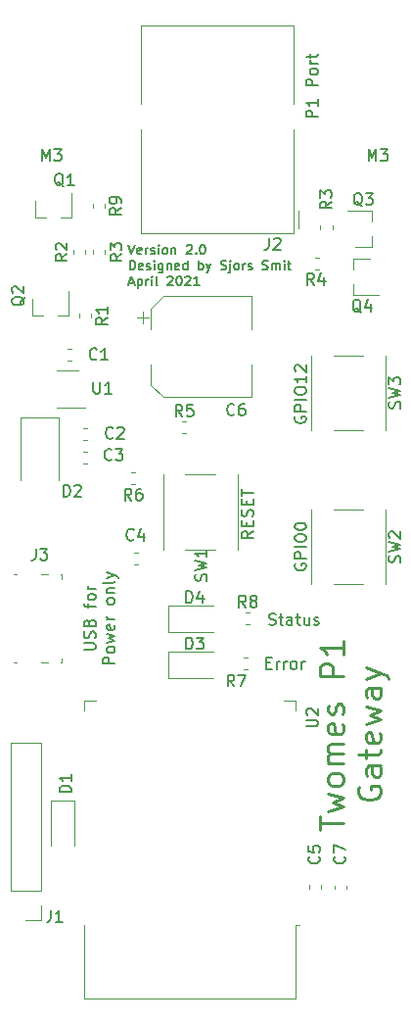
<source format=gto>
G04 #@! TF.GenerationSoftware,KiCad,Pcbnew,(5.1.7)-1*
G04 #@! TF.CreationDate,2021-04-23T15:20:20+02:00*
G04 #@! TF.ProjectId,TwomesGateway,54776f6d-6573-4476-9174-657761792e6b,rev?*
G04 #@! TF.SameCoordinates,Original*
G04 #@! TF.FileFunction,Legend,Top*
G04 #@! TF.FilePolarity,Positive*
%FSLAX46Y46*%
G04 Gerber Fmt 4.6, Leading zero omitted, Abs format (unit mm)*
G04 Created by KiCad (PCBNEW (5.1.7)-1) date 2021-04-23 15:20:20*
%MOMM*%
%LPD*%
G01*
G04 APERTURE LIST*
%ADD10C,0.150000*%
%ADD11C,0.250000*%
%ADD12C,0.120000*%
%ADD13C,0.100000*%
%ADD14C,0.602000*%
%ADD15C,3.302000*%
%ADD16C,3.352000*%
%ADD17C,1.622000*%
%ADD18O,1.802000X1.802000*%
G04 APERTURE END LIST*
D10*
X76673690Y-84711904D02*
X76940357Y-85511904D01*
X77207023Y-84711904D01*
X77778452Y-85473809D02*
X77702261Y-85511904D01*
X77549880Y-85511904D01*
X77473690Y-85473809D01*
X77435595Y-85397619D01*
X77435595Y-85092857D01*
X77473690Y-85016666D01*
X77549880Y-84978571D01*
X77702261Y-84978571D01*
X77778452Y-85016666D01*
X77816547Y-85092857D01*
X77816547Y-85169047D01*
X77435595Y-85245238D01*
X78159404Y-85511904D02*
X78159404Y-84978571D01*
X78159404Y-85130952D02*
X78197500Y-85054761D01*
X78235595Y-85016666D01*
X78311785Y-84978571D01*
X78387976Y-84978571D01*
X78616547Y-85473809D02*
X78692738Y-85511904D01*
X78845119Y-85511904D01*
X78921309Y-85473809D01*
X78959404Y-85397619D01*
X78959404Y-85359523D01*
X78921309Y-85283333D01*
X78845119Y-85245238D01*
X78730833Y-85245238D01*
X78654642Y-85207142D01*
X78616547Y-85130952D01*
X78616547Y-85092857D01*
X78654642Y-85016666D01*
X78730833Y-84978571D01*
X78845119Y-84978571D01*
X78921309Y-85016666D01*
X79302261Y-85511904D02*
X79302261Y-84978571D01*
X79302261Y-84711904D02*
X79264166Y-84750000D01*
X79302261Y-84788095D01*
X79340357Y-84750000D01*
X79302261Y-84711904D01*
X79302261Y-84788095D01*
X79797500Y-85511904D02*
X79721309Y-85473809D01*
X79683214Y-85435714D01*
X79645119Y-85359523D01*
X79645119Y-85130952D01*
X79683214Y-85054761D01*
X79721309Y-85016666D01*
X79797500Y-84978571D01*
X79911785Y-84978571D01*
X79987976Y-85016666D01*
X80026071Y-85054761D01*
X80064166Y-85130952D01*
X80064166Y-85359523D01*
X80026071Y-85435714D01*
X79987976Y-85473809D01*
X79911785Y-85511904D01*
X79797500Y-85511904D01*
X80407023Y-84978571D02*
X80407023Y-85511904D01*
X80407023Y-85054761D02*
X80445119Y-85016666D01*
X80521309Y-84978571D01*
X80635595Y-84978571D01*
X80711785Y-85016666D01*
X80749880Y-85092857D01*
X80749880Y-85511904D01*
X81702261Y-84788095D02*
X81740357Y-84750000D01*
X81816547Y-84711904D01*
X82007023Y-84711904D01*
X82083214Y-84750000D01*
X82121309Y-84788095D01*
X82159404Y-84864285D01*
X82159404Y-84940476D01*
X82121309Y-85054761D01*
X81664166Y-85511904D01*
X82159404Y-85511904D01*
X82502261Y-85435714D02*
X82540357Y-85473809D01*
X82502261Y-85511904D01*
X82464166Y-85473809D01*
X82502261Y-85435714D01*
X82502261Y-85511904D01*
X83035595Y-84711904D02*
X83111785Y-84711904D01*
X83187976Y-84750000D01*
X83226071Y-84788095D01*
X83264166Y-84864285D01*
X83302261Y-85016666D01*
X83302261Y-85207142D01*
X83264166Y-85359523D01*
X83226071Y-85435714D01*
X83187976Y-85473809D01*
X83111785Y-85511904D01*
X83035595Y-85511904D01*
X82959404Y-85473809D01*
X82921309Y-85435714D01*
X82883214Y-85359523D01*
X82845119Y-85207142D01*
X82845119Y-85016666D01*
X82883214Y-84864285D01*
X82921309Y-84788095D01*
X82959404Y-84750000D01*
X83035595Y-84711904D01*
X76787976Y-86861904D02*
X76787976Y-86061904D01*
X76978452Y-86061904D01*
X77092738Y-86100000D01*
X77168928Y-86176190D01*
X77207023Y-86252380D01*
X77245119Y-86404761D01*
X77245119Y-86519047D01*
X77207023Y-86671428D01*
X77168928Y-86747619D01*
X77092738Y-86823809D01*
X76978452Y-86861904D01*
X76787976Y-86861904D01*
X77892738Y-86823809D02*
X77816547Y-86861904D01*
X77664166Y-86861904D01*
X77587976Y-86823809D01*
X77549880Y-86747619D01*
X77549880Y-86442857D01*
X77587976Y-86366666D01*
X77664166Y-86328571D01*
X77816547Y-86328571D01*
X77892738Y-86366666D01*
X77930833Y-86442857D01*
X77930833Y-86519047D01*
X77549880Y-86595238D01*
X78235595Y-86823809D02*
X78311785Y-86861904D01*
X78464166Y-86861904D01*
X78540357Y-86823809D01*
X78578452Y-86747619D01*
X78578452Y-86709523D01*
X78540357Y-86633333D01*
X78464166Y-86595238D01*
X78349880Y-86595238D01*
X78273690Y-86557142D01*
X78235595Y-86480952D01*
X78235595Y-86442857D01*
X78273690Y-86366666D01*
X78349880Y-86328571D01*
X78464166Y-86328571D01*
X78540357Y-86366666D01*
X78921309Y-86861904D02*
X78921309Y-86328571D01*
X78921309Y-86061904D02*
X78883214Y-86100000D01*
X78921309Y-86138095D01*
X78959404Y-86100000D01*
X78921309Y-86061904D01*
X78921309Y-86138095D01*
X79645119Y-86328571D02*
X79645119Y-86976190D01*
X79607023Y-87052380D01*
X79568928Y-87090476D01*
X79492738Y-87128571D01*
X79378452Y-87128571D01*
X79302261Y-87090476D01*
X79645119Y-86823809D02*
X79568928Y-86861904D01*
X79416547Y-86861904D01*
X79340357Y-86823809D01*
X79302261Y-86785714D01*
X79264166Y-86709523D01*
X79264166Y-86480952D01*
X79302261Y-86404761D01*
X79340357Y-86366666D01*
X79416547Y-86328571D01*
X79568928Y-86328571D01*
X79645119Y-86366666D01*
X80026071Y-86328571D02*
X80026071Y-86861904D01*
X80026071Y-86404761D02*
X80064166Y-86366666D01*
X80140357Y-86328571D01*
X80254642Y-86328571D01*
X80330833Y-86366666D01*
X80368928Y-86442857D01*
X80368928Y-86861904D01*
X81054642Y-86823809D02*
X80978452Y-86861904D01*
X80826071Y-86861904D01*
X80749880Y-86823809D01*
X80711785Y-86747619D01*
X80711785Y-86442857D01*
X80749880Y-86366666D01*
X80826071Y-86328571D01*
X80978452Y-86328571D01*
X81054642Y-86366666D01*
X81092738Y-86442857D01*
X81092738Y-86519047D01*
X80711785Y-86595238D01*
X81778452Y-86861904D02*
X81778452Y-86061904D01*
X81778452Y-86823809D02*
X81702261Y-86861904D01*
X81549880Y-86861904D01*
X81473690Y-86823809D01*
X81435595Y-86785714D01*
X81397500Y-86709523D01*
X81397500Y-86480952D01*
X81435595Y-86404761D01*
X81473690Y-86366666D01*
X81549880Y-86328571D01*
X81702261Y-86328571D01*
X81778452Y-86366666D01*
X82768928Y-86861904D02*
X82768928Y-86061904D01*
X82768928Y-86366666D02*
X82845119Y-86328571D01*
X82997500Y-86328571D01*
X83073690Y-86366666D01*
X83111785Y-86404761D01*
X83149880Y-86480952D01*
X83149880Y-86709523D01*
X83111785Y-86785714D01*
X83073690Y-86823809D01*
X82997500Y-86861904D01*
X82845119Y-86861904D01*
X82768928Y-86823809D01*
X83416547Y-86328571D02*
X83607023Y-86861904D01*
X83797500Y-86328571D02*
X83607023Y-86861904D01*
X83530833Y-87052380D01*
X83492738Y-87090476D01*
X83416547Y-87128571D01*
X84673690Y-86823809D02*
X84787976Y-86861904D01*
X84978452Y-86861904D01*
X85054642Y-86823809D01*
X85092738Y-86785714D01*
X85130833Y-86709523D01*
X85130833Y-86633333D01*
X85092738Y-86557142D01*
X85054642Y-86519047D01*
X84978452Y-86480952D01*
X84826071Y-86442857D01*
X84749880Y-86404761D01*
X84711785Y-86366666D01*
X84673690Y-86290476D01*
X84673690Y-86214285D01*
X84711785Y-86138095D01*
X84749880Y-86100000D01*
X84826071Y-86061904D01*
X85016547Y-86061904D01*
X85130833Y-86100000D01*
X85473690Y-86328571D02*
X85473690Y-87014285D01*
X85435595Y-87090476D01*
X85359404Y-87128571D01*
X85321309Y-87128571D01*
X85473690Y-86061904D02*
X85435595Y-86100000D01*
X85473690Y-86138095D01*
X85511785Y-86100000D01*
X85473690Y-86061904D01*
X85473690Y-86138095D01*
X85968928Y-86861904D02*
X85892738Y-86823809D01*
X85854642Y-86785714D01*
X85816547Y-86709523D01*
X85816547Y-86480952D01*
X85854642Y-86404761D01*
X85892738Y-86366666D01*
X85968928Y-86328571D01*
X86083214Y-86328571D01*
X86159404Y-86366666D01*
X86197500Y-86404761D01*
X86235595Y-86480952D01*
X86235595Y-86709523D01*
X86197500Y-86785714D01*
X86159404Y-86823809D01*
X86083214Y-86861904D01*
X85968928Y-86861904D01*
X86578452Y-86861904D02*
X86578452Y-86328571D01*
X86578452Y-86480952D02*
X86616547Y-86404761D01*
X86654642Y-86366666D01*
X86730833Y-86328571D01*
X86807023Y-86328571D01*
X87035595Y-86823809D02*
X87111785Y-86861904D01*
X87264166Y-86861904D01*
X87340357Y-86823809D01*
X87378452Y-86747619D01*
X87378452Y-86709523D01*
X87340357Y-86633333D01*
X87264166Y-86595238D01*
X87149880Y-86595238D01*
X87073690Y-86557142D01*
X87035595Y-86480952D01*
X87035595Y-86442857D01*
X87073690Y-86366666D01*
X87149880Y-86328571D01*
X87264166Y-86328571D01*
X87340357Y-86366666D01*
X88292738Y-86823809D02*
X88407023Y-86861904D01*
X88597500Y-86861904D01*
X88673690Y-86823809D01*
X88711785Y-86785714D01*
X88749880Y-86709523D01*
X88749880Y-86633333D01*
X88711785Y-86557142D01*
X88673690Y-86519047D01*
X88597500Y-86480952D01*
X88445119Y-86442857D01*
X88368928Y-86404761D01*
X88330833Y-86366666D01*
X88292738Y-86290476D01*
X88292738Y-86214285D01*
X88330833Y-86138095D01*
X88368928Y-86100000D01*
X88445119Y-86061904D01*
X88635595Y-86061904D01*
X88749880Y-86100000D01*
X89092738Y-86861904D02*
X89092738Y-86328571D01*
X89092738Y-86404761D02*
X89130833Y-86366666D01*
X89207023Y-86328571D01*
X89321309Y-86328571D01*
X89397500Y-86366666D01*
X89435595Y-86442857D01*
X89435595Y-86861904D01*
X89435595Y-86442857D02*
X89473690Y-86366666D01*
X89549880Y-86328571D01*
X89664166Y-86328571D01*
X89740357Y-86366666D01*
X89778452Y-86442857D01*
X89778452Y-86861904D01*
X90159404Y-86861904D02*
X90159404Y-86328571D01*
X90159404Y-86061904D02*
X90121309Y-86100000D01*
X90159404Y-86138095D01*
X90197500Y-86100000D01*
X90159404Y-86061904D01*
X90159404Y-86138095D01*
X90426071Y-86328571D02*
X90730833Y-86328571D01*
X90540357Y-86061904D02*
X90540357Y-86747619D01*
X90578452Y-86823809D01*
X90654642Y-86861904D01*
X90730833Y-86861904D01*
X76749880Y-87983333D02*
X77130833Y-87983333D01*
X76673690Y-88211904D02*
X76940357Y-87411904D01*
X77207023Y-88211904D01*
X77473690Y-87678571D02*
X77473690Y-88478571D01*
X77473690Y-87716666D02*
X77549880Y-87678571D01*
X77702261Y-87678571D01*
X77778452Y-87716666D01*
X77816547Y-87754761D01*
X77854642Y-87830952D01*
X77854642Y-88059523D01*
X77816547Y-88135714D01*
X77778452Y-88173809D01*
X77702261Y-88211904D01*
X77549880Y-88211904D01*
X77473690Y-88173809D01*
X78197500Y-88211904D02*
X78197500Y-87678571D01*
X78197500Y-87830952D02*
X78235595Y-87754761D01*
X78273690Y-87716666D01*
X78349880Y-87678571D01*
X78426071Y-87678571D01*
X78692738Y-88211904D02*
X78692738Y-87678571D01*
X78692738Y-87411904D02*
X78654642Y-87450000D01*
X78692738Y-87488095D01*
X78730833Y-87450000D01*
X78692738Y-87411904D01*
X78692738Y-87488095D01*
X79187976Y-88211904D02*
X79111785Y-88173809D01*
X79073690Y-88097619D01*
X79073690Y-87411904D01*
X80064166Y-87488095D02*
X80102261Y-87450000D01*
X80178452Y-87411904D01*
X80368928Y-87411904D01*
X80445119Y-87450000D01*
X80483214Y-87488095D01*
X80521309Y-87564285D01*
X80521309Y-87640476D01*
X80483214Y-87754761D01*
X80026071Y-88211904D01*
X80521309Y-88211904D01*
X81016547Y-87411904D02*
X81092738Y-87411904D01*
X81168928Y-87450000D01*
X81207023Y-87488095D01*
X81245119Y-87564285D01*
X81283214Y-87716666D01*
X81283214Y-87907142D01*
X81245119Y-88059523D01*
X81207023Y-88135714D01*
X81168928Y-88173809D01*
X81092738Y-88211904D01*
X81016547Y-88211904D01*
X80940357Y-88173809D01*
X80902261Y-88135714D01*
X80864166Y-88059523D01*
X80826071Y-87907142D01*
X80826071Y-87716666D01*
X80864166Y-87564285D01*
X80902261Y-87488095D01*
X80940357Y-87450000D01*
X81016547Y-87411904D01*
X81587976Y-87488095D02*
X81626071Y-87450000D01*
X81702261Y-87411904D01*
X81892738Y-87411904D01*
X81968928Y-87450000D01*
X82007023Y-87488095D01*
X82045119Y-87564285D01*
X82045119Y-87640476D01*
X82007023Y-87754761D01*
X81549880Y-88211904D01*
X82045119Y-88211904D01*
X82807023Y-88211904D02*
X82349880Y-88211904D01*
X82578452Y-88211904D02*
X82578452Y-87411904D01*
X82502261Y-87526190D01*
X82426071Y-87602380D01*
X82349880Y-87640476D01*
D11*
X93279761Y-135238095D02*
X93279761Y-134095238D01*
X95279761Y-134666666D02*
X93279761Y-134666666D01*
X93946428Y-133619047D02*
X95279761Y-133238095D01*
X94327380Y-132857142D01*
X95279761Y-132476190D01*
X93946428Y-132095238D01*
X95279761Y-131047619D02*
X95184523Y-131238095D01*
X95089285Y-131333333D01*
X94898809Y-131428571D01*
X94327380Y-131428571D01*
X94136904Y-131333333D01*
X94041666Y-131238095D01*
X93946428Y-131047619D01*
X93946428Y-130761904D01*
X94041666Y-130571428D01*
X94136904Y-130476190D01*
X94327380Y-130380952D01*
X94898809Y-130380952D01*
X95089285Y-130476190D01*
X95184523Y-130571428D01*
X95279761Y-130761904D01*
X95279761Y-131047619D01*
X95279761Y-129523809D02*
X93946428Y-129523809D01*
X94136904Y-129523809D02*
X94041666Y-129428571D01*
X93946428Y-129238095D01*
X93946428Y-128952380D01*
X94041666Y-128761904D01*
X94232142Y-128666666D01*
X95279761Y-128666666D01*
X94232142Y-128666666D02*
X94041666Y-128571428D01*
X93946428Y-128380952D01*
X93946428Y-128095238D01*
X94041666Y-127904761D01*
X94232142Y-127809523D01*
X95279761Y-127809523D01*
X95184523Y-126095238D02*
X95279761Y-126285714D01*
X95279761Y-126666666D01*
X95184523Y-126857142D01*
X94994047Y-126952380D01*
X94232142Y-126952380D01*
X94041666Y-126857142D01*
X93946428Y-126666666D01*
X93946428Y-126285714D01*
X94041666Y-126095238D01*
X94232142Y-126000000D01*
X94422619Y-126000000D01*
X94613095Y-126952380D01*
X95184523Y-125238095D02*
X95279761Y-125047619D01*
X95279761Y-124666666D01*
X95184523Y-124476190D01*
X94994047Y-124380952D01*
X94898809Y-124380952D01*
X94708333Y-124476190D01*
X94613095Y-124666666D01*
X94613095Y-124952380D01*
X94517857Y-125142857D01*
X94327380Y-125238095D01*
X94232142Y-125238095D01*
X94041666Y-125142857D01*
X93946428Y-124952380D01*
X93946428Y-124666666D01*
X94041666Y-124476190D01*
X95279761Y-122000000D02*
X93279761Y-122000000D01*
X93279761Y-121238095D01*
X93375000Y-121047619D01*
X93470238Y-120952380D01*
X93660714Y-120857142D01*
X93946428Y-120857142D01*
X94136904Y-120952380D01*
X94232142Y-121047619D01*
X94327380Y-121238095D01*
X94327380Y-122000000D01*
X95279761Y-118952380D02*
X95279761Y-120095238D01*
X95279761Y-119523809D02*
X93279761Y-119523809D01*
X93565476Y-119714285D01*
X93755952Y-119904761D01*
X93851190Y-120095238D01*
X96625000Y-131523809D02*
X96529761Y-131714285D01*
X96529761Y-132000000D01*
X96625000Y-132285714D01*
X96815476Y-132476190D01*
X97005952Y-132571428D01*
X97386904Y-132666666D01*
X97672619Y-132666666D01*
X98053571Y-132571428D01*
X98244047Y-132476190D01*
X98434523Y-132285714D01*
X98529761Y-132000000D01*
X98529761Y-131809523D01*
X98434523Y-131523809D01*
X98339285Y-131428571D01*
X97672619Y-131428571D01*
X97672619Y-131809523D01*
X98529761Y-129714285D02*
X97482142Y-129714285D01*
X97291666Y-129809523D01*
X97196428Y-130000000D01*
X97196428Y-130380952D01*
X97291666Y-130571428D01*
X98434523Y-129714285D02*
X98529761Y-129904761D01*
X98529761Y-130380952D01*
X98434523Y-130571428D01*
X98244047Y-130666666D01*
X98053571Y-130666666D01*
X97863095Y-130571428D01*
X97767857Y-130380952D01*
X97767857Y-129904761D01*
X97672619Y-129714285D01*
X97196428Y-129047619D02*
X97196428Y-128285714D01*
X96529761Y-128761904D02*
X98244047Y-128761904D01*
X98434523Y-128666666D01*
X98529761Y-128476190D01*
X98529761Y-128285714D01*
X98434523Y-126857142D02*
X98529761Y-127047619D01*
X98529761Y-127428571D01*
X98434523Y-127619047D01*
X98244047Y-127714285D01*
X97482142Y-127714285D01*
X97291666Y-127619047D01*
X97196428Y-127428571D01*
X97196428Y-127047619D01*
X97291666Y-126857142D01*
X97482142Y-126761904D01*
X97672619Y-126761904D01*
X97863095Y-127714285D01*
X97196428Y-126095238D02*
X98529761Y-125714285D01*
X97577380Y-125333333D01*
X98529761Y-124952380D01*
X97196428Y-124571428D01*
X98529761Y-122952380D02*
X97482142Y-122952380D01*
X97291666Y-123047619D01*
X97196428Y-123238095D01*
X97196428Y-123619047D01*
X97291666Y-123809523D01*
X98434523Y-122952380D02*
X98529761Y-123142857D01*
X98529761Y-123619047D01*
X98434523Y-123809523D01*
X98244047Y-123904761D01*
X98053571Y-123904761D01*
X97863095Y-123809523D01*
X97767857Y-123619047D01*
X97767857Y-123142857D01*
X97672619Y-122952380D01*
X97196428Y-122190476D02*
X98529761Y-121714285D01*
X97196428Y-121238095D02*
X98529761Y-121714285D01*
X99005952Y-121904761D01*
X99101190Y-122000000D01*
X99196428Y-122190476D01*
D10*
X72827380Y-119690476D02*
X73636904Y-119690476D01*
X73732142Y-119642857D01*
X73779761Y-119595238D01*
X73827380Y-119500000D01*
X73827380Y-119309523D01*
X73779761Y-119214285D01*
X73732142Y-119166666D01*
X73636904Y-119119047D01*
X72827380Y-119119047D01*
X73779761Y-118690476D02*
X73827380Y-118547619D01*
X73827380Y-118309523D01*
X73779761Y-118214285D01*
X73732142Y-118166666D01*
X73636904Y-118119047D01*
X73541666Y-118119047D01*
X73446428Y-118166666D01*
X73398809Y-118214285D01*
X73351190Y-118309523D01*
X73303571Y-118500000D01*
X73255952Y-118595238D01*
X73208333Y-118642857D01*
X73113095Y-118690476D01*
X73017857Y-118690476D01*
X72922619Y-118642857D01*
X72875000Y-118595238D01*
X72827380Y-118500000D01*
X72827380Y-118261904D01*
X72875000Y-118119047D01*
X73303571Y-117357142D02*
X73351190Y-117214285D01*
X73398809Y-117166666D01*
X73494047Y-117119047D01*
X73636904Y-117119047D01*
X73732142Y-117166666D01*
X73779761Y-117214285D01*
X73827380Y-117309523D01*
X73827380Y-117690476D01*
X72827380Y-117690476D01*
X72827380Y-117357142D01*
X72875000Y-117261904D01*
X72922619Y-117214285D01*
X73017857Y-117166666D01*
X73113095Y-117166666D01*
X73208333Y-117214285D01*
X73255952Y-117261904D01*
X73303571Y-117357142D01*
X73303571Y-117690476D01*
X73160714Y-116071428D02*
X73160714Y-115690476D01*
X73827380Y-115928571D02*
X72970238Y-115928571D01*
X72875000Y-115880952D01*
X72827380Y-115785714D01*
X72827380Y-115690476D01*
X73827380Y-115214285D02*
X73779761Y-115309523D01*
X73732142Y-115357142D01*
X73636904Y-115404761D01*
X73351190Y-115404761D01*
X73255952Y-115357142D01*
X73208333Y-115309523D01*
X73160714Y-115214285D01*
X73160714Y-115071428D01*
X73208333Y-114976190D01*
X73255952Y-114928571D01*
X73351190Y-114880952D01*
X73636904Y-114880952D01*
X73732142Y-114928571D01*
X73779761Y-114976190D01*
X73827380Y-115071428D01*
X73827380Y-115214285D01*
X73827380Y-114452380D02*
X73160714Y-114452380D01*
X73351190Y-114452380D02*
X73255952Y-114404761D01*
X73208333Y-114357142D01*
X73160714Y-114261904D01*
X73160714Y-114166666D01*
X75477380Y-120904761D02*
X74477380Y-120904761D01*
X74477380Y-120523809D01*
X74525000Y-120428571D01*
X74572619Y-120380952D01*
X74667857Y-120333333D01*
X74810714Y-120333333D01*
X74905952Y-120380952D01*
X74953571Y-120428571D01*
X75001190Y-120523809D01*
X75001190Y-120904761D01*
X75477380Y-119761904D02*
X75429761Y-119857142D01*
X75382142Y-119904761D01*
X75286904Y-119952380D01*
X75001190Y-119952380D01*
X74905952Y-119904761D01*
X74858333Y-119857142D01*
X74810714Y-119761904D01*
X74810714Y-119619047D01*
X74858333Y-119523809D01*
X74905952Y-119476190D01*
X75001190Y-119428571D01*
X75286904Y-119428571D01*
X75382142Y-119476190D01*
X75429761Y-119523809D01*
X75477380Y-119619047D01*
X75477380Y-119761904D01*
X74810714Y-119095238D02*
X75477380Y-118904761D01*
X75001190Y-118714285D01*
X75477380Y-118523809D01*
X74810714Y-118333333D01*
X75429761Y-117571428D02*
X75477380Y-117666666D01*
X75477380Y-117857142D01*
X75429761Y-117952380D01*
X75334523Y-117999999D01*
X74953571Y-117999999D01*
X74858333Y-117952380D01*
X74810714Y-117857142D01*
X74810714Y-117666666D01*
X74858333Y-117571428D01*
X74953571Y-117523809D01*
X75048809Y-117523809D01*
X75144047Y-117999999D01*
X75477380Y-117095238D02*
X74810714Y-117095238D01*
X75001190Y-117095238D02*
X74905952Y-117047619D01*
X74858333Y-116999999D01*
X74810714Y-116904761D01*
X74810714Y-116809523D01*
X75477380Y-115571428D02*
X75429761Y-115666666D01*
X75382142Y-115714285D01*
X75286904Y-115761904D01*
X75001190Y-115761904D01*
X74905952Y-115714285D01*
X74858333Y-115666666D01*
X74810714Y-115571428D01*
X74810714Y-115428571D01*
X74858333Y-115333333D01*
X74905952Y-115285714D01*
X75001190Y-115238095D01*
X75286904Y-115238095D01*
X75382142Y-115285714D01*
X75429761Y-115333333D01*
X75477380Y-115428571D01*
X75477380Y-115571428D01*
X74810714Y-114809523D02*
X75477380Y-114809523D01*
X74905952Y-114809523D02*
X74858333Y-114761904D01*
X74810714Y-114666666D01*
X74810714Y-114523809D01*
X74858333Y-114428571D01*
X74953571Y-114380952D01*
X75477380Y-114380952D01*
X75477380Y-113761904D02*
X75429761Y-113857142D01*
X75334523Y-113904761D01*
X74477380Y-113904761D01*
X74810714Y-113476190D02*
X75477380Y-113238095D01*
X74810714Y-112999999D02*
X75477380Y-113238095D01*
X75715476Y-113333333D01*
X75763095Y-113380952D01*
X75810714Y-113476190D01*
X88833333Y-117504761D02*
X88976190Y-117552380D01*
X89214285Y-117552380D01*
X89309523Y-117504761D01*
X89357142Y-117457142D01*
X89404761Y-117361904D01*
X89404761Y-117266666D01*
X89357142Y-117171428D01*
X89309523Y-117123809D01*
X89214285Y-117076190D01*
X89023809Y-117028571D01*
X88928571Y-116980952D01*
X88880952Y-116933333D01*
X88833333Y-116838095D01*
X88833333Y-116742857D01*
X88880952Y-116647619D01*
X88928571Y-116600000D01*
X89023809Y-116552380D01*
X89261904Y-116552380D01*
X89404761Y-116600000D01*
X89690476Y-116885714D02*
X90071428Y-116885714D01*
X89833333Y-116552380D02*
X89833333Y-117409523D01*
X89880952Y-117504761D01*
X89976190Y-117552380D01*
X90071428Y-117552380D01*
X90833333Y-117552380D02*
X90833333Y-117028571D01*
X90785714Y-116933333D01*
X90690476Y-116885714D01*
X90500000Y-116885714D01*
X90404761Y-116933333D01*
X90833333Y-117504761D02*
X90738095Y-117552380D01*
X90500000Y-117552380D01*
X90404761Y-117504761D01*
X90357142Y-117409523D01*
X90357142Y-117314285D01*
X90404761Y-117219047D01*
X90500000Y-117171428D01*
X90738095Y-117171428D01*
X90833333Y-117123809D01*
X91166666Y-116885714D02*
X91547619Y-116885714D01*
X91309523Y-116552380D02*
X91309523Y-117409523D01*
X91357142Y-117504761D01*
X91452380Y-117552380D01*
X91547619Y-117552380D01*
X92309523Y-116885714D02*
X92309523Y-117552380D01*
X91880952Y-116885714D02*
X91880952Y-117409523D01*
X91928571Y-117504761D01*
X92023809Y-117552380D01*
X92166666Y-117552380D01*
X92261904Y-117504761D01*
X92309523Y-117457142D01*
X92738095Y-117504761D02*
X92833333Y-117552380D01*
X93023809Y-117552380D01*
X93119047Y-117504761D01*
X93166666Y-117409523D01*
X93166666Y-117361904D01*
X93119047Y-117266666D01*
X93023809Y-117219047D01*
X92880952Y-117219047D01*
X92785714Y-117171428D01*
X92738095Y-117076190D01*
X92738095Y-117028571D01*
X92785714Y-116933333D01*
X92880952Y-116885714D01*
X93023809Y-116885714D01*
X93119047Y-116933333D01*
X88604761Y-120828571D02*
X88938095Y-120828571D01*
X89080952Y-121352380D02*
X88604761Y-121352380D01*
X88604761Y-120352380D01*
X89080952Y-120352380D01*
X89509523Y-121352380D02*
X89509523Y-120685714D01*
X89509523Y-120876190D02*
X89557142Y-120780952D01*
X89604761Y-120733333D01*
X89700000Y-120685714D01*
X89795238Y-120685714D01*
X90128571Y-121352380D02*
X90128571Y-120685714D01*
X90128571Y-120876190D02*
X90176190Y-120780952D01*
X90223809Y-120733333D01*
X90319047Y-120685714D01*
X90414285Y-120685714D01*
X90890476Y-121352380D02*
X90795238Y-121304761D01*
X90747619Y-121257142D01*
X90700000Y-121161904D01*
X90700000Y-120876190D01*
X90747619Y-120780952D01*
X90795238Y-120733333D01*
X90890476Y-120685714D01*
X91033333Y-120685714D01*
X91128571Y-120733333D01*
X91176190Y-120780952D01*
X91223809Y-120876190D01*
X91223809Y-121161904D01*
X91176190Y-121257142D01*
X91128571Y-121304761D01*
X91033333Y-121352380D01*
X90890476Y-121352380D01*
X91652380Y-121352380D02*
X91652380Y-120685714D01*
X91652380Y-120876190D02*
X91700000Y-120780952D01*
X91747619Y-120733333D01*
X91842857Y-120685714D01*
X91938095Y-120685714D01*
X93052380Y-73666666D02*
X92052380Y-73666666D01*
X92052380Y-73285714D01*
X92100000Y-73190476D01*
X92147619Y-73142857D01*
X92242857Y-73095238D01*
X92385714Y-73095238D01*
X92480952Y-73142857D01*
X92528571Y-73190476D01*
X92576190Y-73285714D01*
X92576190Y-73666666D01*
X93052380Y-72142857D02*
X93052380Y-72714285D01*
X93052380Y-72428571D02*
X92052380Y-72428571D01*
X92195238Y-72523809D01*
X92290476Y-72619047D01*
X92338095Y-72714285D01*
X93052380Y-70952380D02*
X92052380Y-70952380D01*
X92052380Y-70571428D01*
X92100000Y-70476190D01*
X92147619Y-70428571D01*
X92242857Y-70380952D01*
X92385714Y-70380952D01*
X92480952Y-70428571D01*
X92528571Y-70476190D01*
X92576190Y-70571428D01*
X92576190Y-70952380D01*
X93052380Y-69809523D02*
X93004761Y-69904761D01*
X92957142Y-69952380D01*
X92861904Y-70000000D01*
X92576190Y-70000000D01*
X92480952Y-69952380D01*
X92433333Y-69904761D01*
X92385714Y-69809523D01*
X92385714Y-69666666D01*
X92433333Y-69571428D01*
X92480952Y-69523809D01*
X92576190Y-69476190D01*
X92861904Y-69476190D01*
X92957142Y-69523809D01*
X93004761Y-69571428D01*
X93052380Y-69666666D01*
X93052380Y-69809523D01*
X93052380Y-69047619D02*
X92385714Y-69047619D01*
X92576190Y-69047619D02*
X92480952Y-69000000D01*
X92433333Y-68952380D01*
X92385714Y-68857142D01*
X92385714Y-68761904D01*
X92385714Y-68571428D02*
X92385714Y-68190476D01*
X92052380Y-68428571D02*
X92909523Y-68428571D01*
X93004761Y-68380952D01*
X93052380Y-68285714D01*
X93052380Y-68190476D01*
X91100000Y-99552380D02*
X91052380Y-99647619D01*
X91052380Y-99790476D01*
X91100000Y-99933333D01*
X91195238Y-100028571D01*
X91290476Y-100076190D01*
X91480952Y-100123809D01*
X91623809Y-100123809D01*
X91814285Y-100076190D01*
X91909523Y-100028571D01*
X92004761Y-99933333D01*
X92052380Y-99790476D01*
X92052380Y-99695238D01*
X92004761Y-99552380D01*
X91957142Y-99504761D01*
X91623809Y-99504761D01*
X91623809Y-99695238D01*
X92052380Y-99076190D02*
X91052380Y-99076190D01*
X91052380Y-98695238D01*
X91100000Y-98600000D01*
X91147619Y-98552380D01*
X91242857Y-98504761D01*
X91385714Y-98504761D01*
X91480952Y-98552380D01*
X91528571Y-98600000D01*
X91576190Y-98695238D01*
X91576190Y-99076190D01*
X92052380Y-98076190D02*
X91052380Y-98076190D01*
X91052380Y-97409523D02*
X91052380Y-97219047D01*
X91100000Y-97123809D01*
X91195238Y-97028571D01*
X91385714Y-96980952D01*
X91719047Y-96980952D01*
X91909523Y-97028571D01*
X92004761Y-97123809D01*
X92052380Y-97219047D01*
X92052380Y-97409523D01*
X92004761Y-97504761D01*
X91909523Y-97600000D01*
X91719047Y-97647619D01*
X91385714Y-97647619D01*
X91195238Y-97600000D01*
X91100000Y-97504761D01*
X91052380Y-97409523D01*
X92052380Y-96028571D02*
X92052380Y-96600000D01*
X92052380Y-96314285D02*
X91052380Y-96314285D01*
X91195238Y-96409523D01*
X91290476Y-96504761D01*
X91338095Y-96600000D01*
X91147619Y-95647619D02*
X91100000Y-95600000D01*
X91052380Y-95504761D01*
X91052380Y-95266666D01*
X91100000Y-95171428D01*
X91147619Y-95123809D01*
X91242857Y-95076190D01*
X91338095Y-95076190D01*
X91480952Y-95123809D01*
X92052380Y-95695238D01*
X92052380Y-95076190D01*
X91100000Y-112276190D02*
X91052380Y-112371428D01*
X91052380Y-112514285D01*
X91100000Y-112657142D01*
X91195238Y-112752380D01*
X91290476Y-112800000D01*
X91480952Y-112847619D01*
X91623809Y-112847619D01*
X91814285Y-112800000D01*
X91909523Y-112752380D01*
X92004761Y-112657142D01*
X92052380Y-112514285D01*
X92052380Y-112419047D01*
X92004761Y-112276190D01*
X91957142Y-112228571D01*
X91623809Y-112228571D01*
X91623809Y-112419047D01*
X92052380Y-111800000D02*
X91052380Y-111800000D01*
X91052380Y-111419047D01*
X91100000Y-111323809D01*
X91147619Y-111276190D01*
X91242857Y-111228571D01*
X91385714Y-111228571D01*
X91480952Y-111276190D01*
X91528571Y-111323809D01*
X91576190Y-111419047D01*
X91576190Y-111800000D01*
X92052380Y-110800000D02*
X91052380Y-110800000D01*
X91052380Y-110133333D02*
X91052380Y-109942857D01*
X91100000Y-109847619D01*
X91195238Y-109752380D01*
X91385714Y-109704761D01*
X91719047Y-109704761D01*
X91909523Y-109752380D01*
X92004761Y-109847619D01*
X92052380Y-109942857D01*
X92052380Y-110133333D01*
X92004761Y-110228571D01*
X91909523Y-110323809D01*
X91719047Y-110371428D01*
X91385714Y-110371428D01*
X91195238Y-110323809D01*
X91100000Y-110228571D01*
X91052380Y-110133333D01*
X91052380Y-109085714D02*
X91052380Y-108990476D01*
X91100000Y-108895238D01*
X91147619Y-108847619D01*
X91242857Y-108800000D01*
X91433333Y-108752380D01*
X91671428Y-108752380D01*
X91861904Y-108800000D01*
X91957142Y-108847619D01*
X92004761Y-108895238D01*
X92052380Y-108990476D01*
X92052380Y-109085714D01*
X92004761Y-109180952D01*
X91957142Y-109228571D01*
X91861904Y-109276190D01*
X91671428Y-109323809D01*
X91433333Y-109323809D01*
X91242857Y-109276190D01*
X91147619Y-109228571D01*
X91100000Y-109180952D01*
X91052380Y-109085714D01*
X87452380Y-109452380D02*
X86976190Y-109785714D01*
X87452380Y-110023809D02*
X86452380Y-110023809D01*
X86452380Y-109642857D01*
X86500000Y-109547619D01*
X86547619Y-109500000D01*
X86642857Y-109452380D01*
X86785714Y-109452380D01*
X86880952Y-109500000D01*
X86928571Y-109547619D01*
X86976190Y-109642857D01*
X86976190Y-110023809D01*
X86928571Y-109023809D02*
X86928571Y-108690476D01*
X87452380Y-108547619D02*
X87452380Y-109023809D01*
X86452380Y-109023809D01*
X86452380Y-108547619D01*
X87404761Y-108166666D02*
X87452380Y-108023809D01*
X87452380Y-107785714D01*
X87404761Y-107690476D01*
X87357142Y-107642857D01*
X87261904Y-107595238D01*
X87166666Y-107595238D01*
X87071428Y-107642857D01*
X87023809Y-107690476D01*
X86976190Y-107785714D01*
X86928571Y-107976190D01*
X86880952Y-108071428D01*
X86833333Y-108119047D01*
X86738095Y-108166666D01*
X86642857Y-108166666D01*
X86547619Y-108119047D01*
X86500000Y-108071428D01*
X86452380Y-107976190D01*
X86452380Y-107738095D01*
X86500000Y-107595238D01*
X86928571Y-107166666D02*
X86928571Y-106833333D01*
X87452380Y-106690476D02*
X87452380Y-107166666D01*
X86452380Y-107166666D01*
X86452380Y-106690476D01*
X86452380Y-106404761D02*
X86452380Y-105833333D01*
X87452380Y-106119047D02*
X86452380Y-106119047D01*
D12*
X95510000Y-140340580D02*
X95510000Y-140059420D01*
X94490000Y-140340580D02*
X94490000Y-140059420D01*
X93310000Y-140362779D02*
X93310000Y-140037221D01*
X92290000Y-140362779D02*
X92290000Y-140037221D01*
X77900000Y-90490000D02*
X77900000Y-91490000D01*
X77400000Y-90990000D02*
X78400000Y-90990000D01*
X78640000Y-96795563D02*
X79704437Y-97860000D01*
X78640000Y-90204437D02*
X79704437Y-89140000D01*
X78640000Y-90204437D02*
X78640000Y-91990000D01*
X78640000Y-96795563D02*
X78640000Y-95010000D01*
X79704437Y-97860000D02*
X87360000Y-97860000D01*
X79704437Y-89140000D02*
X87360000Y-89140000D01*
X87360000Y-89140000D02*
X87360000Y-91990000D01*
X87360000Y-97860000D02*
X87360000Y-95010000D01*
X70650000Y-99600000D02*
X70650000Y-105000000D01*
X67350000Y-99600000D02*
X67350000Y-105000000D01*
X70650000Y-99600000D02*
X67350000Y-99600000D01*
X70870000Y-120820000D02*
X70870000Y-120440000D01*
X66970000Y-120820000D02*
X66710000Y-120820000D01*
X69100000Y-113200000D02*
X70870000Y-113200000D01*
X70870000Y-120820000D02*
X69100000Y-120820000D01*
X70870000Y-113200000D02*
X70870000Y-113580000D01*
X66710000Y-113200000D02*
X66970000Y-113200000D01*
X74660000Y-81187221D02*
X74660000Y-81512779D01*
X73640000Y-81187221D02*
X73640000Y-81512779D01*
X73640000Y-85512779D02*
X73640000Y-85187221D01*
X74660000Y-85512779D02*
X74660000Y-85187221D01*
X96140000Y-85920000D02*
X96140000Y-86850000D01*
X96140000Y-89080000D02*
X96140000Y-88150000D01*
X96140000Y-89080000D02*
X98300000Y-89080000D01*
X96140000Y-85920000D02*
X97600000Y-85920000D01*
X97760000Y-84880000D02*
X97760000Y-83950000D01*
X97760000Y-81720000D02*
X97760000Y-82650000D01*
X97760000Y-81720000D02*
X95600000Y-81720000D01*
X97760000Y-84880000D02*
X96300000Y-84880000D01*
X77462779Y-112310000D02*
X77137221Y-112310000D01*
X77462779Y-111290000D02*
X77137221Y-111290000D01*
X68320000Y-90860000D02*
X69250000Y-90860000D01*
X71480000Y-90860000D02*
X70550000Y-90860000D01*
X71480000Y-90860000D02*
X71480000Y-88700000D01*
X68320000Y-90860000D02*
X68320000Y-89400000D01*
X68570000Y-82360000D02*
X69500000Y-82360000D01*
X71730000Y-82360000D02*
X70800000Y-82360000D01*
X71730000Y-82360000D02*
X71730000Y-80200000D01*
X68570000Y-82360000D02*
X68570000Y-80900000D01*
X91400000Y-81730000D02*
X91400000Y-83260000D01*
X90930000Y-74710000D02*
X90930000Y-83730000D01*
D13*
X90930000Y-74780000D02*
X90930000Y-74710000D01*
D12*
X90930000Y-65730000D02*
X90930000Y-72510000D01*
X77730000Y-65730000D02*
X90930000Y-65730000D01*
D13*
X77730000Y-65740000D02*
X77730000Y-65730000D01*
D12*
X77730000Y-65730000D02*
X77730000Y-72510000D01*
D13*
X77730000Y-65850000D02*
X77730000Y-65730000D01*
D12*
X77730000Y-83730000D02*
X77730000Y-74710000D01*
X90930000Y-83730000D02*
X77730000Y-83730000D01*
X72000000Y-132750000D02*
X70000000Y-132750000D01*
X70000000Y-132750000D02*
X70000000Y-136650000D01*
X72000000Y-132750000D02*
X72000000Y-136650000D01*
X91120000Y-124900000D02*
X91120000Y-124120000D01*
X91120000Y-124120000D02*
X90120000Y-124120000D01*
X72880000Y-124900000D02*
X72880000Y-124120000D01*
X72880000Y-124120000D02*
X73880000Y-124120000D01*
X91120000Y-149865000D02*
X72880000Y-149865000D01*
X72880000Y-149865000D02*
X72880000Y-143445000D01*
X91120000Y-149865000D02*
X91120000Y-143445000D01*
X91120000Y-143445000D02*
X91500000Y-143445000D01*
X72300000Y-95590000D02*
X70500000Y-95590000D01*
X70500000Y-98810000D02*
X72950000Y-98810000D01*
X98930000Y-100730000D02*
X98900000Y-100730000D01*
X92470000Y-100730000D02*
X92500000Y-100730000D01*
X92470000Y-94270000D02*
X92500000Y-94270000D01*
X98900000Y-94270000D02*
X98930000Y-94270000D01*
X97000000Y-100730000D02*
X94400000Y-100730000D01*
X98930000Y-94270000D02*
X98930000Y-100730000D01*
X97000000Y-94270000D02*
X94400000Y-94270000D01*
X92470000Y-94270000D02*
X92470000Y-100730000D01*
X98930000Y-114030000D02*
X98900000Y-114030000D01*
X92470000Y-114030000D02*
X92500000Y-114030000D01*
X92470000Y-107570000D02*
X92500000Y-107570000D01*
X98900000Y-107570000D02*
X98930000Y-107570000D01*
X97000000Y-114030000D02*
X94400000Y-114030000D01*
X98930000Y-107570000D02*
X98930000Y-114030000D01*
X97000000Y-107570000D02*
X94400000Y-107570000D01*
X92470000Y-107570000D02*
X92470000Y-114030000D01*
X86130000Y-111030000D02*
X86100000Y-111030000D01*
X79670000Y-111030000D02*
X79700000Y-111030000D01*
X79670000Y-104570000D02*
X79700000Y-104570000D01*
X86100000Y-104570000D02*
X86130000Y-104570000D01*
X84200000Y-111030000D02*
X81600000Y-111030000D01*
X86130000Y-104570000D02*
X86130000Y-111030000D01*
X84200000Y-104570000D02*
X81600000Y-104570000D01*
X79670000Y-104570000D02*
X79670000Y-111030000D01*
X86837221Y-116490000D02*
X87162779Y-116490000D01*
X86837221Y-117510000D02*
X87162779Y-117510000D01*
X86624721Y-120390000D02*
X86950279Y-120390000D01*
X86624721Y-121410000D02*
X86950279Y-121410000D01*
X77262779Y-105410000D02*
X76937221Y-105410000D01*
X77262779Y-104390000D02*
X76937221Y-104390000D01*
X81337221Y-99990000D02*
X81662779Y-99990000D01*
X81337221Y-101010000D02*
X81662779Y-101010000D01*
X92837221Y-85790000D02*
X93162779Y-85790000D01*
X92837221Y-86810000D02*
X93162779Y-86810000D01*
X93290000Y-83362779D02*
X93290000Y-83037221D01*
X94310000Y-83362779D02*
X94310000Y-83037221D01*
X71890000Y-85512779D02*
X71890000Y-85187221D01*
X72910000Y-85512779D02*
X72910000Y-85187221D01*
X72390000Y-91012779D02*
X72390000Y-90687221D01*
X73410000Y-91012779D02*
X73410000Y-90687221D01*
X69130000Y-127720000D02*
X66470000Y-127720000D01*
X69130000Y-140480000D02*
X69130000Y-127720000D01*
X66470000Y-140480000D02*
X66470000Y-127720000D01*
X69130000Y-140480000D02*
X66470000Y-140480000D01*
X69130000Y-141750000D02*
X69130000Y-143080000D01*
X69130000Y-143080000D02*
X67800000Y-143080000D01*
X84000000Y-115865000D02*
X80115000Y-115865000D01*
X80115000Y-115865000D02*
X80115000Y-118135000D01*
X80115000Y-118135000D02*
X84000000Y-118135000D01*
X84000000Y-119865000D02*
X80115000Y-119865000D01*
X80115000Y-119865000D02*
X80115000Y-122135000D01*
X80115000Y-122135000D02*
X84000000Y-122135000D01*
X72737221Y-102590000D02*
X73062779Y-102590000D01*
X72737221Y-103610000D02*
X73062779Y-103610000D01*
X72737221Y-100590000D02*
X73062779Y-100590000D01*
X72737221Y-101610000D02*
X73062779Y-101610000D01*
X71387221Y-93690000D02*
X71712779Y-93690000D01*
X71387221Y-94710000D02*
X71712779Y-94710000D01*
D10*
X95357142Y-137566666D02*
X95404761Y-137614285D01*
X95452380Y-137757142D01*
X95452380Y-137852380D01*
X95404761Y-137995238D01*
X95309523Y-138090476D01*
X95214285Y-138138095D01*
X95023809Y-138185714D01*
X94880952Y-138185714D01*
X94690476Y-138138095D01*
X94595238Y-138090476D01*
X94500000Y-137995238D01*
X94452380Y-137852380D01*
X94452380Y-137757142D01*
X94500000Y-137614285D01*
X94547619Y-137566666D01*
X94452380Y-137233333D02*
X94452380Y-136566666D01*
X95452380Y-136995238D01*
X93157142Y-137566666D02*
X93204761Y-137614285D01*
X93252380Y-137757142D01*
X93252380Y-137852380D01*
X93204761Y-137995238D01*
X93109523Y-138090476D01*
X93014285Y-138138095D01*
X92823809Y-138185714D01*
X92680952Y-138185714D01*
X92490476Y-138138095D01*
X92395238Y-138090476D01*
X92300000Y-137995238D01*
X92252380Y-137852380D01*
X92252380Y-137757142D01*
X92300000Y-137614285D01*
X92347619Y-137566666D01*
X92252380Y-136661904D02*
X92252380Y-137138095D01*
X92728571Y-137185714D01*
X92680952Y-137138095D01*
X92633333Y-137042857D01*
X92633333Y-136804761D01*
X92680952Y-136709523D01*
X92728571Y-136661904D01*
X92823809Y-136614285D01*
X93061904Y-136614285D01*
X93157142Y-136661904D01*
X93204761Y-136709523D01*
X93252380Y-136804761D01*
X93252380Y-137042857D01*
X93204761Y-137138095D01*
X93157142Y-137185714D01*
X85833333Y-99357142D02*
X85785714Y-99404761D01*
X85642857Y-99452380D01*
X85547619Y-99452380D01*
X85404761Y-99404761D01*
X85309523Y-99309523D01*
X85261904Y-99214285D01*
X85214285Y-99023809D01*
X85214285Y-98880952D01*
X85261904Y-98690476D01*
X85309523Y-98595238D01*
X85404761Y-98500000D01*
X85547619Y-98452380D01*
X85642857Y-98452380D01*
X85785714Y-98500000D01*
X85833333Y-98547619D01*
X86690476Y-98452380D02*
X86500000Y-98452380D01*
X86404761Y-98500000D01*
X86357142Y-98547619D01*
X86261904Y-98690476D01*
X86214285Y-98880952D01*
X86214285Y-99261904D01*
X86261904Y-99357142D01*
X86309523Y-99404761D01*
X86404761Y-99452380D01*
X86595238Y-99452380D01*
X86690476Y-99404761D01*
X86738095Y-99357142D01*
X86785714Y-99261904D01*
X86785714Y-99023809D01*
X86738095Y-98928571D01*
X86690476Y-98880952D01*
X86595238Y-98833333D01*
X86404761Y-98833333D01*
X86309523Y-98880952D01*
X86261904Y-98928571D01*
X86214285Y-99023809D01*
X71061904Y-106452380D02*
X71061904Y-105452380D01*
X71300000Y-105452380D01*
X71442857Y-105500000D01*
X71538095Y-105595238D01*
X71585714Y-105690476D01*
X71633333Y-105880952D01*
X71633333Y-106023809D01*
X71585714Y-106214285D01*
X71538095Y-106309523D01*
X71442857Y-106404761D01*
X71300000Y-106452380D01*
X71061904Y-106452380D01*
X72014285Y-105547619D02*
X72061904Y-105500000D01*
X72157142Y-105452380D01*
X72395238Y-105452380D01*
X72490476Y-105500000D01*
X72538095Y-105547619D01*
X72585714Y-105642857D01*
X72585714Y-105738095D01*
X72538095Y-105880952D01*
X71966666Y-106452380D01*
X72585714Y-106452380D01*
X68666666Y-110952380D02*
X68666666Y-111666666D01*
X68619047Y-111809523D01*
X68523809Y-111904761D01*
X68380952Y-111952380D01*
X68285714Y-111952380D01*
X69047619Y-110952380D02*
X69666666Y-110952380D01*
X69333333Y-111333333D01*
X69476190Y-111333333D01*
X69571428Y-111380952D01*
X69619047Y-111428571D01*
X69666666Y-111523809D01*
X69666666Y-111761904D01*
X69619047Y-111857142D01*
X69571428Y-111904761D01*
X69476190Y-111952380D01*
X69190476Y-111952380D01*
X69095238Y-111904761D01*
X69047619Y-111857142D01*
X76032380Y-81516666D02*
X75556190Y-81850000D01*
X76032380Y-82088095D02*
X75032380Y-82088095D01*
X75032380Y-81707142D01*
X75080000Y-81611904D01*
X75127619Y-81564285D01*
X75222857Y-81516666D01*
X75365714Y-81516666D01*
X75460952Y-81564285D01*
X75508571Y-81611904D01*
X75556190Y-81707142D01*
X75556190Y-82088095D01*
X76032380Y-81040476D02*
X76032380Y-80850000D01*
X75984761Y-80754761D01*
X75937142Y-80707142D01*
X75794285Y-80611904D01*
X75603809Y-80564285D01*
X75222857Y-80564285D01*
X75127619Y-80611904D01*
X75080000Y-80659523D01*
X75032380Y-80754761D01*
X75032380Y-80945238D01*
X75080000Y-81040476D01*
X75127619Y-81088095D01*
X75222857Y-81135714D01*
X75460952Y-81135714D01*
X75556190Y-81088095D01*
X75603809Y-81040476D01*
X75651428Y-80945238D01*
X75651428Y-80754761D01*
X75603809Y-80659523D01*
X75556190Y-80611904D01*
X75460952Y-80564285D01*
X76102380Y-85516666D02*
X75626190Y-85850000D01*
X76102380Y-86088095D02*
X75102380Y-86088095D01*
X75102380Y-85707142D01*
X75150000Y-85611904D01*
X75197619Y-85564285D01*
X75292857Y-85516666D01*
X75435714Y-85516666D01*
X75530952Y-85564285D01*
X75578571Y-85611904D01*
X75626190Y-85707142D01*
X75626190Y-86088095D01*
X75102380Y-85183333D02*
X75102380Y-84564285D01*
X75483333Y-84897619D01*
X75483333Y-84754761D01*
X75530952Y-84659523D01*
X75578571Y-84611904D01*
X75673809Y-84564285D01*
X75911904Y-84564285D01*
X76007142Y-84611904D01*
X76054761Y-84659523D01*
X76102380Y-84754761D01*
X76102380Y-85040476D01*
X76054761Y-85135714D01*
X76007142Y-85183333D01*
X96804761Y-90547619D02*
X96709523Y-90500000D01*
X96614285Y-90404761D01*
X96471428Y-90261904D01*
X96376190Y-90214285D01*
X96280952Y-90214285D01*
X96328571Y-90452380D02*
X96233333Y-90404761D01*
X96138095Y-90309523D01*
X96090476Y-90119047D01*
X96090476Y-89785714D01*
X96138095Y-89595238D01*
X96233333Y-89500000D01*
X96328571Y-89452380D01*
X96519047Y-89452380D01*
X96614285Y-89500000D01*
X96709523Y-89595238D01*
X96757142Y-89785714D01*
X96757142Y-90119047D01*
X96709523Y-90309523D01*
X96614285Y-90404761D01*
X96519047Y-90452380D01*
X96328571Y-90452380D01*
X97614285Y-89785714D02*
X97614285Y-90452380D01*
X97376190Y-89404761D02*
X97138095Y-90119047D01*
X97757142Y-90119047D01*
X96904761Y-81347619D02*
X96809523Y-81300000D01*
X96714285Y-81204761D01*
X96571428Y-81061904D01*
X96476190Y-81014285D01*
X96380952Y-81014285D01*
X96428571Y-81252380D02*
X96333333Y-81204761D01*
X96238095Y-81109523D01*
X96190476Y-80919047D01*
X96190476Y-80585714D01*
X96238095Y-80395238D01*
X96333333Y-80300000D01*
X96428571Y-80252380D01*
X96619047Y-80252380D01*
X96714285Y-80300000D01*
X96809523Y-80395238D01*
X96857142Y-80585714D01*
X96857142Y-80919047D01*
X96809523Y-81109523D01*
X96714285Y-81204761D01*
X96619047Y-81252380D01*
X96428571Y-81252380D01*
X97190476Y-80252380D02*
X97809523Y-80252380D01*
X97476190Y-80633333D01*
X97619047Y-80633333D01*
X97714285Y-80680952D01*
X97761904Y-80728571D01*
X97809523Y-80823809D01*
X97809523Y-81061904D01*
X97761904Y-81157142D01*
X97714285Y-81204761D01*
X97619047Y-81252380D01*
X97333333Y-81252380D01*
X97238095Y-81204761D01*
X97190476Y-81157142D01*
X77133333Y-110157142D02*
X77085714Y-110204761D01*
X76942857Y-110252380D01*
X76847619Y-110252380D01*
X76704761Y-110204761D01*
X76609523Y-110109523D01*
X76561904Y-110014285D01*
X76514285Y-109823809D01*
X76514285Y-109680952D01*
X76561904Y-109490476D01*
X76609523Y-109395238D01*
X76704761Y-109300000D01*
X76847619Y-109252380D01*
X76942857Y-109252380D01*
X77085714Y-109300000D01*
X77133333Y-109347619D01*
X77990476Y-109585714D02*
X77990476Y-110252380D01*
X77752380Y-109204761D02*
X77514285Y-109919047D01*
X78133333Y-109919047D01*
X67697619Y-89195238D02*
X67650000Y-89290476D01*
X67554761Y-89385714D01*
X67411904Y-89528571D01*
X67364285Y-89623809D01*
X67364285Y-89719047D01*
X67602380Y-89671428D02*
X67554761Y-89766666D01*
X67459523Y-89861904D01*
X67269047Y-89909523D01*
X66935714Y-89909523D01*
X66745238Y-89861904D01*
X66650000Y-89766666D01*
X66602380Y-89671428D01*
X66602380Y-89480952D01*
X66650000Y-89385714D01*
X66745238Y-89290476D01*
X66935714Y-89242857D01*
X67269047Y-89242857D01*
X67459523Y-89290476D01*
X67554761Y-89385714D01*
X67602380Y-89480952D01*
X67602380Y-89671428D01*
X66697619Y-88861904D02*
X66650000Y-88814285D01*
X66602380Y-88719047D01*
X66602380Y-88480952D01*
X66650000Y-88385714D01*
X66697619Y-88338095D01*
X66792857Y-88290476D01*
X66888095Y-88290476D01*
X67030952Y-88338095D01*
X67602380Y-88909523D01*
X67602380Y-88290476D01*
X71054761Y-79647619D02*
X70959523Y-79600000D01*
X70864285Y-79504761D01*
X70721428Y-79361904D01*
X70626190Y-79314285D01*
X70530952Y-79314285D01*
X70578571Y-79552380D02*
X70483333Y-79504761D01*
X70388095Y-79409523D01*
X70340476Y-79219047D01*
X70340476Y-78885714D01*
X70388095Y-78695238D01*
X70483333Y-78600000D01*
X70578571Y-78552380D01*
X70769047Y-78552380D01*
X70864285Y-78600000D01*
X70959523Y-78695238D01*
X71007142Y-78885714D01*
X71007142Y-79219047D01*
X70959523Y-79409523D01*
X70864285Y-79504761D01*
X70769047Y-79552380D01*
X70578571Y-79552380D01*
X71959523Y-79552380D02*
X71388095Y-79552380D01*
X71673809Y-79552380D02*
X71673809Y-78552380D01*
X71578571Y-78695238D01*
X71483333Y-78790476D01*
X71388095Y-78838095D01*
X69190476Y-77452380D02*
X69190476Y-76452380D01*
X69523809Y-77166666D01*
X69857142Y-76452380D01*
X69857142Y-77452380D01*
X70238095Y-76452380D02*
X70857142Y-76452380D01*
X70523809Y-76833333D01*
X70666666Y-76833333D01*
X70761904Y-76880952D01*
X70809523Y-76928571D01*
X70857142Y-77023809D01*
X70857142Y-77261904D01*
X70809523Y-77357142D01*
X70761904Y-77404761D01*
X70666666Y-77452380D01*
X70380952Y-77452380D01*
X70285714Y-77404761D01*
X70238095Y-77357142D01*
X97440476Y-77452380D02*
X97440476Y-76452380D01*
X97773809Y-77166666D01*
X98107142Y-76452380D01*
X98107142Y-77452380D01*
X98488095Y-76452380D02*
X99107142Y-76452380D01*
X98773809Y-76833333D01*
X98916666Y-76833333D01*
X99011904Y-76880952D01*
X99059523Y-76928571D01*
X99107142Y-77023809D01*
X99107142Y-77261904D01*
X99059523Y-77357142D01*
X99011904Y-77404761D01*
X98916666Y-77452380D01*
X98630952Y-77452380D01*
X98535714Y-77404761D01*
X98488095Y-77357142D01*
X88836666Y-84112380D02*
X88836666Y-84826666D01*
X88789047Y-84969523D01*
X88693809Y-85064761D01*
X88550952Y-85112380D01*
X88455714Y-85112380D01*
X89265238Y-84207619D02*
X89312857Y-84160000D01*
X89408095Y-84112380D01*
X89646190Y-84112380D01*
X89741428Y-84160000D01*
X89789047Y-84207619D01*
X89836666Y-84302857D01*
X89836666Y-84398095D01*
X89789047Y-84540952D01*
X89217619Y-85112380D01*
X89836666Y-85112380D01*
X71702380Y-131988095D02*
X70702380Y-131988095D01*
X70702380Y-131750000D01*
X70750000Y-131607142D01*
X70845238Y-131511904D01*
X70940476Y-131464285D01*
X71130952Y-131416666D01*
X71273809Y-131416666D01*
X71464285Y-131464285D01*
X71559523Y-131511904D01*
X71654761Y-131607142D01*
X71702380Y-131750000D01*
X71702380Y-131988095D01*
X71702380Y-130464285D02*
X71702380Y-131035714D01*
X71702380Y-130750000D02*
X70702380Y-130750000D01*
X70845238Y-130845238D01*
X70940476Y-130940476D01*
X70988095Y-131035714D01*
X92062380Y-126331904D02*
X92871904Y-126331904D01*
X92967142Y-126284285D01*
X93014761Y-126236666D01*
X93062380Y-126141428D01*
X93062380Y-125950952D01*
X93014761Y-125855714D01*
X92967142Y-125808095D01*
X92871904Y-125760476D01*
X92062380Y-125760476D01*
X92157619Y-125331904D02*
X92110000Y-125284285D01*
X92062380Y-125189047D01*
X92062380Y-124950952D01*
X92110000Y-124855714D01*
X92157619Y-124808095D01*
X92252857Y-124760476D01*
X92348095Y-124760476D01*
X92490952Y-124808095D01*
X93062380Y-125379523D01*
X93062380Y-124760476D01*
X73638095Y-96552380D02*
X73638095Y-97361904D01*
X73685714Y-97457142D01*
X73733333Y-97504761D01*
X73828571Y-97552380D01*
X74019047Y-97552380D01*
X74114285Y-97504761D01*
X74161904Y-97457142D01*
X74209523Y-97361904D01*
X74209523Y-96552380D01*
X75209523Y-97552380D02*
X74638095Y-97552380D01*
X74923809Y-97552380D02*
X74923809Y-96552380D01*
X74828571Y-96695238D01*
X74733333Y-96790476D01*
X74638095Y-96838095D01*
X100154761Y-98833333D02*
X100202380Y-98690476D01*
X100202380Y-98452380D01*
X100154761Y-98357142D01*
X100107142Y-98309523D01*
X100011904Y-98261904D01*
X99916666Y-98261904D01*
X99821428Y-98309523D01*
X99773809Y-98357142D01*
X99726190Y-98452380D01*
X99678571Y-98642857D01*
X99630952Y-98738095D01*
X99583333Y-98785714D01*
X99488095Y-98833333D01*
X99392857Y-98833333D01*
X99297619Y-98785714D01*
X99250000Y-98738095D01*
X99202380Y-98642857D01*
X99202380Y-98404761D01*
X99250000Y-98261904D01*
X99202380Y-97928571D02*
X100202380Y-97690476D01*
X99488095Y-97500000D01*
X100202380Y-97309523D01*
X99202380Y-97071428D01*
X99202380Y-96785714D02*
X99202380Y-96166666D01*
X99583333Y-96500000D01*
X99583333Y-96357142D01*
X99630952Y-96261904D01*
X99678571Y-96214285D01*
X99773809Y-96166666D01*
X100011904Y-96166666D01*
X100107142Y-96214285D01*
X100154761Y-96261904D01*
X100202380Y-96357142D01*
X100202380Y-96642857D01*
X100154761Y-96738095D01*
X100107142Y-96785714D01*
X100154761Y-112133333D02*
X100202380Y-111990476D01*
X100202380Y-111752380D01*
X100154761Y-111657142D01*
X100107142Y-111609523D01*
X100011904Y-111561904D01*
X99916666Y-111561904D01*
X99821428Y-111609523D01*
X99773809Y-111657142D01*
X99726190Y-111752380D01*
X99678571Y-111942857D01*
X99630952Y-112038095D01*
X99583333Y-112085714D01*
X99488095Y-112133333D01*
X99392857Y-112133333D01*
X99297619Y-112085714D01*
X99250000Y-112038095D01*
X99202380Y-111942857D01*
X99202380Y-111704761D01*
X99250000Y-111561904D01*
X99202380Y-111228571D02*
X100202380Y-110990476D01*
X99488095Y-110800000D01*
X100202380Y-110609523D01*
X99202380Y-110371428D01*
X99297619Y-110038095D02*
X99250000Y-109990476D01*
X99202380Y-109895238D01*
X99202380Y-109657142D01*
X99250000Y-109561904D01*
X99297619Y-109514285D01*
X99392857Y-109466666D01*
X99488095Y-109466666D01*
X99630952Y-109514285D01*
X100202380Y-110085714D01*
X100202380Y-109466666D01*
X83404761Y-113733333D02*
X83452380Y-113590476D01*
X83452380Y-113352380D01*
X83404761Y-113257142D01*
X83357142Y-113209523D01*
X83261904Y-113161904D01*
X83166666Y-113161904D01*
X83071428Y-113209523D01*
X83023809Y-113257142D01*
X82976190Y-113352380D01*
X82928571Y-113542857D01*
X82880952Y-113638095D01*
X82833333Y-113685714D01*
X82738095Y-113733333D01*
X82642857Y-113733333D01*
X82547619Y-113685714D01*
X82500000Y-113638095D01*
X82452380Y-113542857D01*
X82452380Y-113304761D01*
X82500000Y-113161904D01*
X82452380Y-112828571D02*
X83452380Y-112590476D01*
X82738095Y-112400000D01*
X83452380Y-112209523D01*
X82452380Y-111971428D01*
X83452380Y-111066666D02*
X83452380Y-111638095D01*
X83452380Y-111352380D02*
X82452380Y-111352380D01*
X82595238Y-111447619D01*
X82690476Y-111542857D01*
X82738095Y-111638095D01*
X86833333Y-116022380D02*
X86500000Y-115546190D01*
X86261904Y-116022380D02*
X86261904Y-115022380D01*
X86642857Y-115022380D01*
X86738095Y-115070000D01*
X86785714Y-115117619D01*
X86833333Y-115212857D01*
X86833333Y-115355714D01*
X86785714Y-115450952D01*
X86738095Y-115498571D01*
X86642857Y-115546190D01*
X86261904Y-115546190D01*
X87404761Y-115450952D02*
X87309523Y-115403333D01*
X87261904Y-115355714D01*
X87214285Y-115260476D01*
X87214285Y-115212857D01*
X87261904Y-115117619D01*
X87309523Y-115070000D01*
X87404761Y-115022380D01*
X87595238Y-115022380D01*
X87690476Y-115070000D01*
X87738095Y-115117619D01*
X87785714Y-115212857D01*
X87785714Y-115260476D01*
X87738095Y-115355714D01*
X87690476Y-115403333D01*
X87595238Y-115450952D01*
X87404761Y-115450952D01*
X87309523Y-115498571D01*
X87261904Y-115546190D01*
X87214285Y-115641428D01*
X87214285Y-115831904D01*
X87261904Y-115927142D01*
X87309523Y-115974761D01*
X87404761Y-116022380D01*
X87595238Y-116022380D01*
X87690476Y-115974761D01*
X87738095Y-115927142D01*
X87785714Y-115831904D01*
X87785714Y-115641428D01*
X87738095Y-115546190D01*
X87690476Y-115498571D01*
X87595238Y-115450952D01*
X85833333Y-122852380D02*
X85500000Y-122376190D01*
X85261904Y-122852380D02*
X85261904Y-121852380D01*
X85642857Y-121852380D01*
X85738095Y-121900000D01*
X85785714Y-121947619D01*
X85833333Y-122042857D01*
X85833333Y-122185714D01*
X85785714Y-122280952D01*
X85738095Y-122328571D01*
X85642857Y-122376190D01*
X85261904Y-122376190D01*
X86166666Y-121852380D02*
X86833333Y-121852380D01*
X86404761Y-122852380D01*
X76933333Y-106782380D02*
X76600000Y-106306190D01*
X76361904Y-106782380D02*
X76361904Y-105782380D01*
X76742857Y-105782380D01*
X76838095Y-105830000D01*
X76885714Y-105877619D01*
X76933333Y-105972857D01*
X76933333Y-106115714D01*
X76885714Y-106210952D01*
X76838095Y-106258571D01*
X76742857Y-106306190D01*
X76361904Y-106306190D01*
X77790476Y-105782380D02*
X77600000Y-105782380D01*
X77504761Y-105830000D01*
X77457142Y-105877619D01*
X77361904Y-106020476D01*
X77314285Y-106210952D01*
X77314285Y-106591904D01*
X77361904Y-106687142D01*
X77409523Y-106734761D01*
X77504761Y-106782380D01*
X77695238Y-106782380D01*
X77790476Y-106734761D01*
X77838095Y-106687142D01*
X77885714Y-106591904D01*
X77885714Y-106353809D01*
X77838095Y-106258571D01*
X77790476Y-106210952D01*
X77695238Y-106163333D01*
X77504761Y-106163333D01*
X77409523Y-106210952D01*
X77361904Y-106258571D01*
X77314285Y-106353809D01*
X81333333Y-99522380D02*
X81000000Y-99046190D01*
X80761904Y-99522380D02*
X80761904Y-98522380D01*
X81142857Y-98522380D01*
X81238095Y-98570000D01*
X81285714Y-98617619D01*
X81333333Y-98712857D01*
X81333333Y-98855714D01*
X81285714Y-98950952D01*
X81238095Y-98998571D01*
X81142857Y-99046190D01*
X80761904Y-99046190D01*
X82238095Y-98522380D02*
X81761904Y-98522380D01*
X81714285Y-98998571D01*
X81761904Y-98950952D01*
X81857142Y-98903333D01*
X82095238Y-98903333D01*
X82190476Y-98950952D01*
X82238095Y-98998571D01*
X82285714Y-99093809D01*
X82285714Y-99331904D01*
X82238095Y-99427142D01*
X82190476Y-99474761D01*
X82095238Y-99522380D01*
X81857142Y-99522380D01*
X81761904Y-99474761D01*
X81714285Y-99427142D01*
X92733333Y-88152380D02*
X92400000Y-87676190D01*
X92161904Y-88152380D02*
X92161904Y-87152380D01*
X92542857Y-87152380D01*
X92638095Y-87200000D01*
X92685714Y-87247619D01*
X92733333Y-87342857D01*
X92733333Y-87485714D01*
X92685714Y-87580952D01*
X92638095Y-87628571D01*
X92542857Y-87676190D01*
X92161904Y-87676190D01*
X93590476Y-87485714D02*
X93590476Y-88152380D01*
X93352380Y-87104761D02*
X93114285Y-87819047D01*
X93733333Y-87819047D01*
X94252380Y-80966666D02*
X93776190Y-81300000D01*
X94252380Y-81538095D02*
X93252380Y-81538095D01*
X93252380Y-81157142D01*
X93300000Y-81061904D01*
X93347619Y-81014285D01*
X93442857Y-80966666D01*
X93585714Y-80966666D01*
X93680952Y-81014285D01*
X93728571Y-81061904D01*
X93776190Y-81157142D01*
X93776190Y-81538095D01*
X93252380Y-80633333D02*
X93252380Y-80014285D01*
X93633333Y-80347619D01*
X93633333Y-80204761D01*
X93680952Y-80109523D01*
X93728571Y-80061904D01*
X93823809Y-80014285D01*
X94061904Y-80014285D01*
X94157142Y-80061904D01*
X94204761Y-80109523D01*
X94252380Y-80204761D01*
X94252380Y-80490476D01*
X94204761Y-80585714D01*
X94157142Y-80633333D01*
X71352380Y-85516666D02*
X70876190Y-85850000D01*
X71352380Y-86088095D02*
X70352380Y-86088095D01*
X70352380Y-85707142D01*
X70400000Y-85611904D01*
X70447619Y-85564285D01*
X70542857Y-85516666D01*
X70685714Y-85516666D01*
X70780952Y-85564285D01*
X70828571Y-85611904D01*
X70876190Y-85707142D01*
X70876190Y-86088095D01*
X70447619Y-85135714D02*
X70400000Y-85088095D01*
X70352380Y-84992857D01*
X70352380Y-84754761D01*
X70400000Y-84659523D01*
X70447619Y-84611904D01*
X70542857Y-84564285D01*
X70638095Y-84564285D01*
X70780952Y-84611904D01*
X71352380Y-85183333D01*
X71352380Y-84564285D01*
X74852380Y-91016666D02*
X74376190Y-91350000D01*
X74852380Y-91588095D02*
X73852380Y-91588095D01*
X73852380Y-91207142D01*
X73900000Y-91111904D01*
X73947619Y-91064285D01*
X74042857Y-91016666D01*
X74185714Y-91016666D01*
X74280952Y-91064285D01*
X74328571Y-91111904D01*
X74376190Y-91207142D01*
X74376190Y-91588095D01*
X74852380Y-90064285D02*
X74852380Y-90635714D01*
X74852380Y-90350000D02*
X73852380Y-90350000D01*
X73995238Y-90445238D01*
X74090476Y-90540476D01*
X74138095Y-90635714D01*
X69966666Y-142202380D02*
X69966666Y-142916666D01*
X69919047Y-143059523D01*
X69823809Y-143154761D01*
X69680952Y-143202380D01*
X69585714Y-143202380D01*
X70966666Y-143202380D02*
X70395238Y-143202380D01*
X70680952Y-143202380D02*
X70680952Y-142202380D01*
X70585714Y-142345238D01*
X70490476Y-142440476D01*
X70395238Y-142488095D01*
X81661904Y-115632380D02*
X81661904Y-114632380D01*
X81900000Y-114632380D01*
X82042857Y-114680000D01*
X82138095Y-114775238D01*
X82185714Y-114870476D01*
X82233333Y-115060952D01*
X82233333Y-115203809D01*
X82185714Y-115394285D01*
X82138095Y-115489523D01*
X82042857Y-115584761D01*
X81900000Y-115632380D01*
X81661904Y-115632380D01*
X83090476Y-114965714D02*
X83090476Y-115632380D01*
X82852380Y-114584761D02*
X82614285Y-115299047D01*
X83233333Y-115299047D01*
X81661904Y-119632380D02*
X81661904Y-118632380D01*
X81900000Y-118632380D01*
X82042857Y-118680000D01*
X82138095Y-118775238D01*
X82185714Y-118870476D01*
X82233333Y-119060952D01*
X82233333Y-119203809D01*
X82185714Y-119394285D01*
X82138095Y-119489523D01*
X82042857Y-119584761D01*
X81900000Y-119632380D01*
X81661904Y-119632380D01*
X82566666Y-118632380D02*
X83185714Y-118632380D01*
X82852380Y-119013333D01*
X82995238Y-119013333D01*
X83090476Y-119060952D01*
X83138095Y-119108571D01*
X83185714Y-119203809D01*
X83185714Y-119441904D01*
X83138095Y-119537142D01*
X83090476Y-119584761D01*
X82995238Y-119632380D01*
X82709523Y-119632380D01*
X82614285Y-119584761D01*
X82566666Y-119537142D01*
X75233333Y-103257142D02*
X75185714Y-103304761D01*
X75042857Y-103352380D01*
X74947619Y-103352380D01*
X74804761Y-103304761D01*
X74709523Y-103209523D01*
X74661904Y-103114285D01*
X74614285Y-102923809D01*
X74614285Y-102780952D01*
X74661904Y-102590476D01*
X74709523Y-102495238D01*
X74804761Y-102400000D01*
X74947619Y-102352380D01*
X75042857Y-102352380D01*
X75185714Y-102400000D01*
X75233333Y-102447619D01*
X75566666Y-102352380D02*
X76185714Y-102352380D01*
X75852380Y-102733333D01*
X75995238Y-102733333D01*
X76090476Y-102780952D01*
X76138095Y-102828571D01*
X76185714Y-102923809D01*
X76185714Y-103161904D01*
X76138095Y-103257142D01*
X76090476Y-103304761D01*
X75995238Y-103352380D01*
X75709523Y-103352380D01*
X75614285Y-103304761D01*
X75566666Y-103257142D01*
X75333333Y-101357142D02*
X75285714Y-101404761D01*
X75142857Y-101452380D01*
X75047619Y-101452380D01*
X74904761Y-101404761D01*
X74809523Y-101309523D01*
X74761904Y-101214285D01*
X74714285Y-101023809D01*
X74714285Y-100880952D01*
X74761904Y-100690476D01*
X74809523Y-100595238D01*
X74904761Y-100500000D01*
X75047619Y-100452380D01*
X75142857Y-100452380D01*
X75285714Y-100500000D01*
X75333333Y-100547619D01*
X75714285Y-100547619D02*
X75761904Y-100500000D01*
X75857142Y-100452380D01*
X76095238Y-100452380D01*
X76190476Y-100500000D01*
X76238095Y-100547619D01*
X76285714Y-100642857D01*
X76285714Y-100738095D01*
X76238095Y-100880952D01*
X75666666Y-101452380D01*
X76285714Y-101452380D01*
X73933333Y-94557142D02*
X73885714Y-94604761D01*
X73742857Y-94652380D01*
X73647619Y-94652380D01*
X73504761Y-94604761D01*
X73409523Y-94509523D01*
X73361904Y-94414285D01*
X73314285Y-94223809D01*
X73314285Y-94080952D01*
X73361904Y-93890476D01*
X73409523Y-93795238D01*
X73504761Y-93700000D01*
X73647619Y-93652380D01*
X73742857Y-93652380D01*
X73885714Y-93700000D01*
X73933333Y-93747619D01*
X74885714Y-94652380D02*
X74314285Y-94652380D01*
X74600000Y-94652380D02*
X74600000Y-93652380D01*
X74504761Y-93795238D01*
X74409523Y-93890476D01*
X74314285Y-93938095D01*
%LPC*%
G36*
G01*
X95275500Y-139926000D02*
X94724500Y-139926000D01*
G75*
G02*
X94474000Y-139675500I0J250500D01*
G01*
X94474000Y-139174500D01*
G75*
G02*
X94724500Y-138924000I250500J0D01*
G01*
X95275500Y-138924000D01*
G75*
G02*
X95526000Y-139174500I0J-250500D01*
G01*
X95526000Y-139675500D01*
G75*
G02*
X95275500Y-139926000I-250500J0D01*
G01*
G37*
G36*
G01*
X95275500Y-141476000D02*
X94724500Y-141476000D01*
G75*
G02*
X94474000Y-141225500I0J250500D01*
G01*
X94474000Y-140724500D01*
G75*
G02*
X94724500Y-140474000I250500J0D01*
G01*
X95275500Y-140474000D01*
G75*
G02*
X95526000Y-140724500I0J-250500D01*
G01*
X95526000Y-141225500D01*
G75*
G02*
X95275500Y-141476000I-250500J0D01*
G01*
G37*
G36*
G01*
X93081750Y-141476000D02*
X92518250Y-141476000D01*
G75*
G02*
X92274000Y-141231750I0J244250D01*
G01*
X92274000Y-140743250D01*
G75*
G02*
X92518250Y-140499000I244250J0D01*
G01*
X93081750Y-140499000D01*
G75*
G02*
X93326000Y-140743250I0J-244250D01*
G01*
X93326000Y-141231750D01*
G75*
G02*
X93081750Y-141476000I-244250J0D01*
G01*
G37*
G36*
G01*
X93081750Y-139901000D02*
X92518250Y-139901000D01*
G75*
G02*
X92274000Y-139656750I0J244250D01*
G01*
X92274000Y-139168250D01*
G75*
G02*
X92518250Y-138924000I244250J0D01*
G01*
X93081750Y-138924000D01*
G75*
G02*
X93326000Y-139168250I0J-244250D01*
G01*
X93326000Y-139656750D01*
G75*
G02*
X93081750Y-139901000I-244250J0D01*
G01*
G37*
G36*
G01*
X84449000Y-94540800D02*
X84449000Y-92459200D01*
G75*
G02*
X84709200Y-92199000I260200J0D01*
G01*
X88690800Y-92199000D01*
G75*
G02*
X88951000Y-92459200I0J-260200D01*
G01*
X88951000Y-94540800D01*
G75*
G02*
X88690800Y-94801000I-260200J0D01*
G01*
X84709200Y-94801000D01*
G75*
G02*
X84449000Y-94540800I0J260200D01*
G01*
G37*
G36*
G01*
X77049000Y-94540800D02*
X77049000Y-92459200D01*
G75*
G02*
X77309200Y-92199000I260200J0D01*
G01*
X81290800Y-92199000D01*
G75*
G02*
X81551000Y-92459200I0J-260200D01*
G01*
X81551000Y-94540800D01*
G75*
G02*
X81290800Y-94801000I-260200J0D01*
G01*
X77309200Y-94801000D01*
G75*
G02*
X77049000Y-94540800I0J260200D01*
G01*
G37*
G36*
G01*
X68100000Y-103699000D02*
X69900000Y-103699000D01*
G75*
G02*
X69951000Y-103750000I0J-51000D01*
G01*
X69951000Y-106250000D01*
G75*
G02*
X69900000Y-106301000I-51000J0D01*
G01*
X68100000Y-106301000D01*
G75*
G02*
X68049000Y-106250000I0J51000D01*
G01*
X68049000Y-103750000D01*
G75*
G02*
X68100000Y-103699000I51000J0D01*
G01*
G37*
G36*
G01*
X68100000Y-99699000D02*
X69900000Y-99699000D01*
G75*
G02*
X69951000Y-99750000I0J-51000D01*
G01*
X69951000Y-102250000D01*
G75*
G02*
X69900000Y-102301000I-51000J0D01*
G01*
X68100000Y-102301000D01*
G75*
G02*
X68049000Y-102250000I0J51000D01*
G01*
X68049000Y-99750000D01*
G75*
G02*
X68100000Y-99699000I51000J0D01*
G01*
G37*
G36*
G01*
X69850000Y-119336500D02*
X70750000Y-119336500D01*
G75*
G02*
X70801000Y-119387500I0J-51000D01*
G01*
X70801000Y-121012500D01*
G75*
G02*
X70750000Y-121063500I-51000J0D01*
G01*
X69850000Y-121063500D01*
G75*
G02*
X69799000Y-121012500I0J51000D01*
G01*
X69799000Y-119387500D01*
G75*
G02*
X69850000Y-119336500I51000J0D01*
G01*
G37*
D14*
X70100000Y-119000000D03*
X70100000Y-115000000D03*
G36*
G01*
X69845000Y-118059000D02*
X71695000Y-118059000D01*
G75*
G02*
X71746000Y-118110000I0J-51000D01*
G01*
X71746000Y-118510000D01*
G75*
G02*
X71695000Y-118561000I-51000J0D01*
G01*
X69845000Y-118561000D01*
G75*
G02*
X69794000Y-118510000I0J51000D01*
G01*
X69794000Y-118110000D01*
G75*
G02*
X69845000Y-118059000I51000J0D01*
G01*
G37*
G36*
G01*
X69845000Y-117409000D02*
X71695000Y-117409000D01*
G75*
G02*
X71746000Y-117460000I0J-51000D01*
G01*
X71746000Y-117860000D01*
G75*
G02*
X71695000Y-117911000I-51000J0D01*
G01*
X69845000Y-117911000D01*
G75*
G02*
X69794000Y-117860000I0J51000D01*
G01*
X69794000Y-117460000D01*
G75*
G02*
X69845000Y-117409000I51000J0D01*
G01*
G37*
G36*
G01*
X69845000Y-116759000D02*
X71695000Y-116759000D01*
G75*
G02*
X71746000Y-116810000I0J-51000D01*
G01*
X71746000Y-117210000D01*
G75*
G02*
X71695000Y-117261000I-51000J0D01*
G01*
X69845000Y-117261000D01*
G75*
G02*
X69794000Y-117210000I0J51000D01*
G01*
X69794000Y-116810000D01*
G75*
G02*
X69845000Y-116759000I51000J0D01*
G01*
G37*
G36*
G01*
X69850000Y-112936500D02*
X70750000Y-112936500D01*
G75*
G02*
X70801000Y-112987500I0J-51000D01*
G01*
X70801000Y-114612500D01*
G75*
G02*
X70750000Y-114663500I-51000J0D01*
G01*
X69850000Y-114663500D01*
G75*
G02*
X69799000Y-114612500I0J51000D01*
G01*
X69799000Y-112987500D01*
G75*
G02*
X69850000Y-112936500I51000J0D01*
G01*
G37*
G36*
G01*
X69845000Y-116109000D02*
X71695000Y-116109000D01*
G75*
G02*
X71746000Y-116160000I0J-51000D01*
G01*
X71746000Y-116560000D01*
G75*
G02*
X71695000Y-116611000I-51000J0D01*
G01*
X69845000Y-116611000D01*
G75*
G02*
X69794000Y-116560000I0J51000D01*
G01*
X69794000Y-116160000D01*
G75*
G02*
X69845000Y-116109000I51000J0D01*
G01*
G37*
G36*
G01*
X69845000Y-115459000D02*
X71695000Y-115459000D01*
G75*
G02*
X71746000Y-115510000I0J-51000D01*
G01*
X71746000Y-115910000D01*
G75*
G02*
X71695000Y-115961000I-51000J0D01*
G01*
X69845000Y-115961000D01*
G75*
G02*
X69794000Y-115910000I0J51000D01*
G01*
X69794000Y-115510000D01*
G75*
G02*
X69845000Y-115459000I51000J0D01*
G01*
G37*
G36*
G01*
X67300000Y-119341500D02*
X68600000Y-119341500D01*
G75*
G02*
X68651000Y-119392500I0J-51000D01*
G01*
X68651000Y-121107500D01*
G75*
G02*
X68600000Y-121158500I-51000J0D01*
G01*
X67300000Y-121158500D01*
G75*
G02*
X67249000Y-121107500I0J51000D01*
G01*
X67249000Y-119392500D01*
G75*
G02*
X67300000Y-119341500I51000J0D01*
G01*
G37*
G36*
G01*
X67300000Y-112841500D02*
X68600000Y-112841500D01*
G75*
G02*
X68651000Y-112892500I0J-51000D01*
G01*
X68651000Y-114607500D01*
G75*
G02*
X68600000Y-114658500I-51000J0D01*
G01*
X67300000Y-114658500D01*
G75*
G02*
X67249000Y-114607500I0J51000D01*
G01*
X67249000Y-112892500D01*
G75*
G02*
X67300000Y-112841500I51000J0D01*
G01*
G37*
G36*
G01*
X73868250Y-81649000D02*
X74431750Y-81649000D01*
G75*
G02*
X74676000Y-81893250I0J-244250D01*
G01*
X74676000Y-82381750D01*
G75*
G02*
X74431750Y-82626000I-244250J0D01*
G01*
X73868250Y-82626000D01*
G75*
G02*
X73624000Y-82381750I0J244250D01*
G01*
X73624000Y-81893250D01*
G75*
G02*
X73868250Y-81649000I244250J0D01*
G01*
G37*
G36*
G01*
X73868250Y-80074000D02*
X74431750Y-80074000D01*
G75*
G02*
X74676000Y-80318250I0J-244250D01*
G01*
X74676000Y-80806750D01*
G75*
G02*
X74431750Y-81051000I-244250J0D01*
G01*
X73868250Y-81051000D01*
G75*
G02*
X73624000Y-80806750I0J244250D01*
G01*
X73624000Y-80318250D01*
G75*
G02*
X73868250Y-80074000I244250J0D01*
G01*
G37*
G36*
G01*
X74431750Y-85051000D02*
X73868250Y-85051000D01*
G75*
G02*
X73624000Y-84806750I0J244250D01*
G01*
X73624000Y-84318250D01*
G75*
G02*
X73868250Y-84074000I244250J0D01*
G01*
X74431750Y-84074000D01*
G75*
G02*
X74676000Y-84318250I0J-244250D01*
G01*
X74676000Y-84806750D01*
G75*
G02*
X74431750Y-85051000I-244250J0D01*
G01*
G37*
G36*
G01*
X74431750Y-86626000D02*
X73868250Y-86626000D01*
G75*
G02*
X73624000Y-86381750I0J244250D01*
G01*
X73624000Y-85893250D01*
G75*
G02*
X73868250Y-85649000I244250J0D01*
G01*
X74431750Y-85649000D01*
G75*
G02*
X74676000Y-85893250I0J-244250D01*
G01*
X74676000Y-86381750D01*
G75*
G02*
X74431750Y-86626000I-244250J0D01*
G01*
G37*
G36*
G01*
X96401000Y-87100000D02*
X96401000Y-87900000D01*
G75*
G02*
X96350000Y-87951000I-51000J0D01*
G01*
X95450000Y-87951000D01*
G75*
G02*
X95399000Y-87900000I0J51000D01*
G01*
X95399000Y-87100000D01*
G75*
G02*
X95450000Y-87049000I51000J0D01*
G01*
X96350000Y-87049000D01*
G75*
G02*
X96401000Y-87100000I0J-51000D01*
G01*
G37*
G36*
G01*
X98401000Y-86150000D02*
X98401000Y-86950000D01*
G75*
G02*
X98350000Y-87001000I-51000J0D01*
G01*
X97450000Y-87001000D01*
G75*
G02*
X97399000Y-86950000I0J51000D01*
G01*
X97399000Y-86150000D01*
G75*
G02*
X97450000Y-86099000I51000J0D01*
G01*
X98350000Y-86099000D01*
G75*
G02*
X98401000Y-86150000I0J-51000D01*
G01*
G37*
G36*
G01*
X98401000Y-88050000D02*
X98401000Y-88850000D01*
G75*
G02*
X98350000Y-88901000I-51000J0D01*
G01*
X97450000Y-88901000D01*
G75*
G02*
X97399000Y-88850000I0J51000D01*
G01*
X97399000Y-88050000D01*
G75*
G02*
X97450000Y-87999000I51000J0D01*
G01*
X98350000Y-87999000D01*
G75*
G02*
X98401000Y-88050000I0J-51000D01*
G01*
G37*
G36*
G01*
X97499000Y-83700000D02*
X97499000Y-82900000D01*
G75*
G02*
X97550000Y-82849000I51000J0D01*
G01*
X98450000Y-82849000D01*
G75*
G02*
X98501000Y-82900000I0J-51000D01*
G01*
X98501000Y-83700000D01*
G75*
G02*
X98450000Y-83751000I-51000J0D01*
G01*
X97550000Y-83751000D01*
G75*
G02*
X97499000Y-83700000I0J51000D01*
G01*
G37*
G36*
G01*
X95499000Y-84650000D02*
X95499000Y-83850000D01*
G75*
G02*
X95550000Y-83799000I51000J0D01*
G01*
X96450000Y-83799000D01*
G75*
G02*
X96501000Y-83850000I0J-51000D01*
G01*
X96501000Y-84650000D01*
G75*
G02*
X96450000Y-84701000I-51000J0D01*
G01*
X95550000Y-84701000D01*
G75*
G02*
X95499000Y-84650000I0J51000D01*
G01*
G37*
G36*
G01*
X95499000Y-82750000D02*
X95499000Y-81950000D01*
G75*
G02*
X95550000Y-81899000I51000J0D01*
G01*
X96450000Y-81899000D01*
G75*
G02*
X96501000Y-81950000I0J-51000D01*
G01*
X96501000Y-82750000D01*
G75*
G02*
X96450000Y-82801000I-51000J0D01*
G01*
X95550000Y-82801000D01*
G75*
G02*
X95499000Y-82750000I0J51000D01*
G01*
G37*
G36*
G01*
X77001000Y-111518250D02*
X77001000Y-112081750D01*
G75*
G02*
X76756750Y-112326000I-244250J0D01*
G01*
X76268250Y-112326000D01*
G75*
G02*
X76024000Y-112081750I0J244250D01*
G01*
X76024000Y-111518250D01*
G75*
G02*
X76268250Y-111274000I244250J0D01*
G01*
X76756750Y-111274000D01*
G75*
G02*
X77001000Y-111518250I0J-244250D01*
G01*
G37*
G36*
G01*
X78576000Y-111518250D02*
X78576000Y-112081750D01*
G75*
G02*
X78331750Y-112326000I-244250J0D01*
G01*
X77843250Y-112326000D01*
G75*
G02*
X77599000Y-112081750I0J244250D01*
G01*
X77599000Y-111518250D01*
G75*
G02*
X77843250Y-111274000I244250J0D01*
G01*
X78331750Y-111274000D01*
G75*
G02*
X78576000Y-111518250I0J-244250D01*
G01*
G37*
G36*
G01*
X69500000Y-90599000D02*
X70300000Y-90599000D01*
G75*
G02*
X70351000Y-90650000I0J-51000D01*
G01*
X70351000Y-91550000D01*
G75*
G02*
X70300000Y-91601000I-51000J0D01*
G01*
X69500000Y-91601000D01*
G75*
G02*
X69449000Y-91550000I0J51000D01*
G01*
X69449000Y-90650000D01*
G75*
G02*
X69500000Y-90599000I51000J0D01*
G01*
G37*
G36*
G01*
X68550000Y-88599000D02*
X69350000Y-88599000D01*
G75*
G02*
X69401000Y-88650000I0J-51000D01*
G01*
X69401000Y-89550000D01*
G75*
G02*
X69350000Y-89601000I-51000J0D01*
G01*
X68550000Y-89601000D01*
G75*
G02*
X68499000Y-89550000I0J51000D01*
G01*
X68499000Y-88650000D01*
G75*
G02*
X68550000Y-88599000I51000J0D01*
G01*
G37*
G36*
G01*
X70450000Y-88599000D02*
X71250000Y-88599000D01*
G75*
G02*
X71301000Y-88650000I0J-51000D01*
G01*
X71301000Y-89550000D01*
G75*
G02*
X71250000Y-89601000I-51000J0D01*
G01*
X70450000Y-89601000D01*
G75*
G02*
X70399000Y-89550000I0J51000D01*
G01*
X70399000Y-88650000D01*
G75*
G02*
X70450000Y-88599000I51000J0D01*
G01*
G37*
G36*
G01*
X69750000Y-82099000D02*
X70550000Y-82099000D01*
G75*
G02*
X70601000Y-82150000I0J-51000D01*
G01*
X70601000Y-83050000D01*
G75*
G02*
X70550000Y-83101000I-51000J0D01*
G01*
X69750000Y-83101000D01*
G75*
G02*
X69699000Y-83050000I0J51000D01*
G01*
X69699000Y-82150000D01*
G75*
G02*
X69750000Y-82099000I51000J0D01*
G01*
G37*
G36*
G01*
X68800000Y-80099000D02*
X69600000Y-80099000D01*
G75*
G02*
X69651000Y-80150000I0J-51000D01*
G01*
X69651000Y-81050000D01*
G75*
G02*
X69600000Y-81101000I-51000J0D01*
G01*
X68800000Y-81101000D01*
G75*
G02*
X68749000Y-81050000I0J51000D01*
G01*
X68749000Y-80150000D01*
G75*
G02*
X68800000Y-80099000I51000J0D01*
G01*
G37*
G36*
G01*
X70700000Y-80099000D02*
X71500000Y-80099000D01*
G75*
G02*
X71551000Y-80150000I0J-51000D01*
G01*
X71551000Y-81050000D01*
G75*
G02*
X71500000Y-81101000I-51000J0D01*
G01*
X70700000Y-81101000D01*
G75*
G02*
X70649000Y-81050000I0J51000D01*
G01*
X70649000Y-80150000D01*
G75*
G02*
X70700000Y-80099000I51000J0D01*
G01*
G37*
D15*
X69500000Y-74250000D03*
X97500000Y-74250000D03*
G36*
G01*
X88311000Y-81739999D02*
X88311000Y-83260001D01*
G75*
G02*
X88260001Y-83311000I-50999J0D01*
G01*
X86739999Y-83311000D01*
G75*
G02*
X86689000Y-83260001I0J50999D01*
G01*
X86689000Y-81739999D01*
G75*
G02*
X86739999Y-81689000I50999J0D01*
G01*
X88260001Y-81689000D01*
G75*
G02*
X88311000Y-81739999I0J-50999D01*
G01*
G37*
D16*
X89410000Y-73610000D03*
D17*
X86230000Y-79960000D03*
X84960000Y-82500000D03*
X83690000Y-79960000D03*
X82420000Y-82500000D03*
X81150000Y-79960000D03*
D16*
X79250000Y-73610000D03*
G36*
G01*
X70400000Y-136149000D02*
X71600000Y-136149000D01*
G75*
G02*
X71651000Y-136200000I0J-51000D01*
G01*
X71651000Y-137100000D01*
G75*
G02*
X71600000Y-137151000I-51000J0D01*
G01*
X70400000Y-137151000D01*
G75*
G02*
X70349000Y-137100000I0J51000D01*
G01*
X70349000Y-136200000D01*
G75*
G02*
X70400000Y-136149000I51000J0D01*
G01*
G37*
G36*
G01*
X70400000Y-132849000D02*
X71600000Y-132849000D01*
G75*
G02*
X71651000Y-132900000I0J-51000D01*
G01*
X71651000Y-133800000D01*
G75*
G02*
X71600000Y-133851000I-51000J0D01*
G01*
X70400000Y-133851000D01*
G75*
G02*
X70349000Y-133800000I0J51000D01*
G01*
X70349000Y-132900000D01*
G75*
G02*
X70400000Y-132849000I51000J0D01*
G01*
G37*
G36*
G01*
X74551000Y-141805000D02*
X74551000Y-142705000D01*
G75*
G02*
X74500000Y-142756000I-51000J0D01*
G01*
X72500000Y-142756000D01*
G75*
G02*
X72449000Y-142705000I0J51000D01*
G01*
X72449000Y-141805000D01*
G75*
G02*
X72500000Y-141754000I51000J0D01*
G01*
X74500000Y-141754000D01*
G75*
G02*
X74551000Y-141805000I0J-51000D01*
G01*
G37*
G36*
G01*
X74551000Y-140535000D02*
X74551000Y-141435000D01*
G75*
G02*
X74500000Y-141486000I-51000J0D01*
G01*
X72500000Y-141486000D01*
G75*
G02*
X72449000Y-141435000I0J51000D01*
G01*
X72449000Y-140535000D01*
G75*
G02*
X72500000Y-140484000I51000J0D01*
G01*
X74500000Y-140484000D01*
G75*
G02*
X74551000Y-140535000I0J-51000D01*
G01*
G37*
G36*
G01*
X74551000Y-139265000D02*
X74551000Y-140165000D01*
G75*
G02*
X74500000Y-140216000I-51000J0D01*
G01*
X72500000Y-140216000D01*
G75*
G02*
X72449000Y-140165000I0J51000D01*
G01*
X72449000Y-139265000D01*
G75*
G02*
X72500000Y-139214000I51000J0D01*
G01*
X74500000Y-139214000D01*
G75*
G02*
X74551000Y-139265000I0J-51000D01*
G01*
G37*
G36*
G01*
X74551000Y-137995000D02*
X74551000Y-138895000D01*
G75*
G02*
X74500000Y-138946000I-51000J0D01*
G01*
X72500000Y-138946000D01*
G75*
G02*
X72449000Y-138895000I0J51000D01*
G01*
X72449000Y-137995000D01*
G75*
G02*
X72500000Y-137944000I51000J0D01*
G01*
X74500000Y-137944000D01*
G75*
G02*
X74551000Y-137995000I0J-51000D01*
G01*
G37*
G36*
G01*
X74551000Y-136725000D02*
X74551000Y-137625000D01*
G75*
G02*
X74500000Y-137676000I-51000J0D01*
G01*
X72500000Y-137676000D01*
G75*
G02*
X72449000Y-137625000I0J51000D01*
G01*
X72449000Y-136725000D01*
G75*
G02*
X72500000Y-136674000I51000J0D01*
G01*
X74500000Y-136674000D01*
G75*
G02*
X74551000Y-136725000I0J-51000D01*
G01*
G37*
G36*
G01*
X74551000Y-135455000D02*
X74551000Y-136355000D01*
G75*
G02*
X74500000Y-136406000I-51000J0D01*
G01*
X72500000Y-136406000D01*
G75*
G02*
X72449000Y-136355000I0J51000D01*
G01*
X72449000Y-135455000D01*
G75*
G02*
X72500000Y-135404000I51000J0D01*
G01*
X74500000Y-135404000D01*
G75*
G02*
X74551000Y-135455000I0J-51000D01*
G01*
G37*
G36*
G01*
X74551000Y-134185000D02*
X74551000Y-135085000D01*
G75*
G02*
X74500000Y-135136000I-51000J0D01*
G01*
X72500000Y-135136000D01*
G75*
G02*
X72449000Y-135085000I0J51000D01*
G01*
X72449000Y-134185000D01*
G75*
G02*
X72500000Y-134134000I51000J0D01*
G01*
X74500000Y-134134000D01*
G75*
G02*
X74551000Y-134185000I0J-51000D01*
G01*
G37*
G36*
G01*
X74551000Y-132915000D02*
X74551000Y-133815000D01*
G75*
G02*
X74500000Y-133866000I-51000J0D01*
G01*
X72500000Y-133866000D01*
G75*
G02*
X72449000Y-133815000I0J51000D01*
G01*
X72449000Y-132915000D01*
G75*
G02*
X72500000Y-132864000I51000J0D01*
G01*
X74500000Y-132864000D01*
G75*
G02*
X74551000Y-132915000I0J-51000D01*
G01*
G37*
G36*
G01*
X74551000Y-131645000D02*
X74551000Y-132545000D01*
G75*
G02*
X74500000Y-132596000I-51000J0D01*
G01*
X72500000Y-132596000D01*
G75*
G02*
X72449000Y-132545000I0J51000D01*
G01*
X72449000Y-131645000D01*
G75*
G02*
X72500000Y-131594000I51000J0D01*
G01*
X74500000Y-131594000D01*
G75*
G02*
X74551000Y-131645000I0J-51000D01*
G01*
G37*
G36*
G01*
X74551000Y-130375000D02*
X74551000Y-131275000D01*
G75*
G02*
X74500000Y-131326000I-51000J0D01*
G01*
X72500000Y-131326000D01*
G75*
G02*
X72449000Y-131275000I0J51000D01*
G01*
X72449000Y-130375000D01*
G75*
G02*
X72500000Y-130324000I51000J0D01*
G01*
X74500000Y-130324000D01*
G75*
G02*
X74551000Y-130375000I0J-51000D01*
G01*
G37*
G36*
G01*
X74551000Y-129105000D02*
X74551000Y-130005000D01*
G75*
G02*
X74500000Y-130056000I-51000J0D01*
G01*
X72500000Y-130056000D01*
G75*
G02*
X72449000Y-130005000I0J51000D01*
G01*
X72449000Y-129105000D01*
G75*
G02*
X72500000Y-129054000I51000J0D01*
G01*
X74500000Y-129054000D01*
G75*
G02*
X74551000Y-129105000I0J-51000D01*
G01*
G37*
G36*
G01*
X74551000Y-127835000D02*
X74551000Y-128735000D01*
G75*
G02*
X74500000Y-128786000I-51000J0D01*
G01*
X72500000Y-128786000D01*
G75*
G02*
X72449000Y-128735000I0J51000D01*
G01*
X72449000Y-127835000D01*
G75*
G02*
X72500000Y-127784000I51000J0D01*
G01*
X74500000Y-127784000D01*
G75*
G02*
X74551000Y-127835000I0J-51000D01*
G01*
G37*
G36*
G01*
X74551000Y-126565000D02*
X74551000Y-127465000D01*
G75*
G02*
X74500000Y-127516000I-51000J0D01*
G01*
X72500000Y-127516000D01*
G75*
G02*
X72449000Y-127465000I0J51000D01*
G01*
X72449000Y-126565000D01*
G75*
G02*
X72500000Y-126514000I51000J0D01*
G01*
X74500000Y-126514000D01*
G75*
G02*
X74551000Y-126565000I0J-51000D01*
G01*
G37*
G36*
G01*
X74551000Y-125295000D02*
X74551000Y-126195000D01*
G75*
G02*
X74500000Y-126246000I-51000J0D01*
G01*
X72500000Y-126246000D01*
G75*
G02*
X72449000Y-126195000I0J51000D01*
G01*
X72449000Y-125295000D01*
G75*
G02*
X72500000Y-125244000I51000J0D01*
G01*
X74500000Y-125244000D01*
G75*
G02*
X74551000Y-125295000I0J-51000D01*
G01*
G37*
G36*
G01*
X75835000Y-123694000D02*
X76735000Y-123694000D01*
G75*
G02*
X76786000Y-123745000I0J-51000D01*
G01*
X76786000Y-125745000D01*
G75*
G02*
X76735000Y-125796000I-51000J0D01*
G01*
X75835000Y-125796000D01*
G75*
G02*
X75784000Y-125745000I0J51000D01*
G01*
X75784000Y-123745000D01*
G75*
G02*
X75835000Y-123694000I51000J0D01*
G01*
G37*
G36*
G01*
X77105000Y-123694000D02*
X78005000Y-123694000D01*
G75*
G02*
X78056000Y-123745000I0J-51000D01*
G01*
X78056000Y-125745000D01*
G75*
G02*
X78005000Y-125796000I-51000J0D01*
G01*
X77105000Y-125796000D01*
G75*
G02*
X77054000Y-125745000I0J51000D01*
G01*
X77054000Y-123745000D01*
G75*
G02*
X77105000Y-123694000I51000J0D01*
G01*
G37*
G36*
G01*
X78375000Y-123694000D02*
X79275000Y-123694000D01*
G75*
G02*
X79326000Y-123745000I0J-51000D01*
G01*
X79326000Y-125745000D01*
G75*
G02*
X79275000Y-125796000I-51000J0D01*
G01*
X78375000Y-125796000D01*
G75*
G02*
X78324000Y-125745000I0J51000D01*
G01*
X78324000Y-123745000D01*
G75*
G02*
X78375000Y-123694000I51000J0D01*
G01*
G37*
G36*
G01*
X79645000Y-123694000D02*
X80545000Y-123694000D01*
G75*
G02*
X80596000Y-123745000I0J-51000D01*
G01*
X80596000Y-125745000D01*
G75*
G02*
X80545000Y-125796000I-51000J0D01*
G01*
X79645000Y-125796000D01*
G75*
G02*
X79594000Y-125745000I0J51000D01*
G01*
X79594000Y-123745000D01*
G75*
G02*
X79645000Y-123694000I51000J0D01*
G01*
G37*
G36*
G01*
X80915000Y-123694000D02*
X81815000Y-123694000D01*
G75*
G02*
X81866000Y-123745000I0J-51000D01*
G01*
X81866000Y-125745000D01*
G75*
G02*
X81815000Y-125796000I-51000J0D01*
G01*
X80915000Y-125796000D01*
G75*
G02*
X80864000Y-125745000I0J51000D01*
G01*
X80864000Y-123745000D01*
G75*
G02*
X80915000Y-123694000I51000J0D01*
G01*
G37*
G36*
G01*
X82185000Y-123694000D02*
X83085000Y-123694000D01*
G75*
G02*
X83136000Y-123745000I0J-51000D01*
G01*
X83136000Y-125745000D01*
G75*
G02*
X83085000Y-125796000I-51000J0D01*
G01*
X82185000Y-125796000D01*
G75*
G02*
X82134000Y-125745000I0J51000D01*
G01*
X82134000Y-123745000D01*
G75*
G02*
X82185000Y-123694000I51000J0D01*
G01*
G37*
G36*
G01*
X83455000Y-123694000D02*
X84355000Y-123694000D01*
G75*
G02*
X84406000Y-123745000I0J-51000D01*
G01*
X84406000Y-125745000D01*
G75*
G02*
X84355000Y-125796000I-51000J0D01*
G01*
X83455000Y-125796000D01*
G75*
G02*
X83404000Y-125745000I0J51000D01*
G01*
X83404000Y-123745000D01*
G75*
G02*
X83455000Y-123694000I51000J0D01*
G01*
G37*
G36*
G01*
X84725000Y-123694000D02*
X85625000Y-123694000D01*
G75*
G02*
X85676000Y-123745000I0J-51000D01*
G01*
X85676000Y-125745000D01*
G75*
G02*
X85625000Y-125796000I-51000J0D01*
G01*
X84725000Y-125796000D01*
G75*
G02*
X84674000Y-125745000I0J51000D01*
G01*
X84674000Y-123745000D01*
G75*
G02*
X84725000Y-123694000I51000J0D01*
G01*
G37*
G36*
G01*
X85995000Y-123694000D02*
X86895000Y-123694000D01*
G75*
G02*
X86946000Y-123745000I0J-51000D01*
G01*
X86946000Y-125745000D01*
G75*
G02*
X86895000Y-125796000I-51000J0D01*
G01*
X85995000Y-125796000D01*
G75*
G02*
X85944000Y-125745000I0J51000D01*
G01*
X85944000Y-123745000D01*
G75*
G02*
X85995000Y-123694000I51000J0D01*
G01*
G37*
G36*
G01*
X87265000Y-123694000D02*
X88165000Y-123694000D01*
G75*
G02*
X88216000Y-123745000I0J-51000D01*
G01*
X88216000Y-125745000D01*
G75*
G02*
X88165000Y-125796000I-51000J0D01*
G01*
X87265000Y-125796000D01*
G75*
G02*
X87214000Y-125745000I0J51000D01*
G01*
X87214000Y-123745000D01*
G75*
G02*
X87265000Y-123694000I51000J0D01*
G01*
G37*
G36*
G01*
X91551000Y-125295000D02*
X91551000Y-126195000D01*
G75*
G02*
X91500000Y-126246000I-51000J0D01*
G01*
X89500000Y-126246000D01*
G75*
G02*
X89449000Y-126195000I0J51000D01*
G01*
X89449000Y-125295000D01*
G75*
G02*
X89500000Y-125244000I51000J0D01*
G01*
X91500000Y-125244000D01*
G75*
G02*
X91551000Y-125295000I0J-51000D01*
G01*
G37*
G36*
G01*
X91551000Y-126565000D02*
X91551000Y-127465000D01*
G75*
G02*
X91500000Y-127516000I-51000J0D01*
G01*
X89500000Y-127516000D01*
G75*
G02*
X89449000Y-127465000I0J51000D01*
G01*
X89449000Y-126565000D01*
G75*
G02*
X89500000Y-126514000I51000J0D01*
G01*
X91500000Y-126514000D01*
G75*
G02*
X91551000Y-126565000I0J-51000D01*
G01*
G37*
G36*
G01*
X91551000Y-127835000D02*
X91551000Y-128735000D01*
G75*
G02*
X91500000Y-128786000I-51000J0D01*
G01*
X89500000Y-128786000D01*
G75*
G02*
X89449000Y-128735000I0J51000D01*
G01*
X89449000Y-127835000D01*
G75*
G02*
X89500000Y-127784000I51000J0D01*
G01*
X91500000Y-127784000D01*
G75*
G02*
X91551000Y-127835000I0J-51000D01*
G01*
G37*
G36*
G01*
X91551000Y-129105000D02*
X91551000Y-130005000D01*
G75*
G02*
X91500000Y-130056000I-51000J0D01*
G01*
X89500000Y-130056000D01*
G75*
G02*
X89449000Y-130005000I0J51000D01*
G01*
X89449000Y-129105000D01*
G75*
G02*
X89500000Y-129054000I51000J0D01*
G01*
X91500000Y-129054000D01*
G75*
G02*
X91551000Y-129105000I0J-51000D01*
G01*
G37*
G36*
G01*
X91551000Y-130375000D02*
X91551000Y-131275000D01*
G75*
G02*
X91500000Y-131326000I-51000J0D01*
G01*
X89500000Y-131326000D01*
G75*
G02*
X89449000Y-131275000I0J51000D01*
G01*
X89449000Y-130375000D01*
G75*
G02*
X89500000Y-130324000I51000J0D01*
G01*
X91500000Y-130324000D01*
G75*
G02*
X91551000Y-130375000I0J-51000D01*
G01*
G37*
G36*
G01*
X91551000Y-131645000D02*
X91551000Y-132545000D01*
G75*
G02*
X91500000Y-132596000I-51000J0D01*
G01*
X89500000Y-132596000D01*
G75*
G02*
X89449000Y-132545000I0J51000D01*
G01*
X89449000Y-131645000D01*
G75*
G02*
X89500000Y-131594000I51000J0D01*
G01*
X91500000Y-131594000D01*
G75*
G02*
X91551000Y-131645000I0J-51000D01*
G01*
G37*
G36*
G01*
X91551000Y-132915000D02*
X91551000Y-133815000D01*
G75*
G02*
X91500000Y-133866000I-51000J0D01*
G01*
X89500000Y-133866000D01*
G75*
G02*
X89449000Y-133815000I0J51000D01*
G01*
X89449000Y-132915000D01*
G75*
G02*
X89500000Y-132864000I51000J0D01*
G01*
X91500000Y-132864000D01*
G75*
G02*
X91551000Y-132915000I0J-51000D01*
G01*
G37*
G36*
G01*
X91551000Y-134185000D02*
X91551000Y-135085000D01*
G75*
G02*
X91500000Y-135136000I-51000J0D01*
G01*
X89500000Y-135136000D01*
G75*
G02*
X89449000Y-135085000I0J51000D01*
G01*
X89449000Y-134185000D01*
G75*
G02*
X89500000Y-134134000I51000J0D01*
G01*
X91500000Y-134134000D01*
G75*
G02*
X91551000Y-134185000I0J-51000D01*
G01*
G37*
G36*
G01*
X91551000Y-135455000D02*
X91551000Y-136355000D01*
G75*
G02*
X91500000Y-136406000I-51000J0D01*
G01*
X89500000Y-136406000D01*
G75*
G02*
X89449000Y-136355000I0J51000D01*
G01*
X89449000Y-135455000D01*
G75*
G02*
X89500000Y-135404000I51000J0D01*
G01*
X91500000Y-135404000D01*
G75*
G02*
X91551000Y-135455000I0J-51000D01*
G01*
G37*
G36*
G01*
X91551000Y-136725000D02*
X91551000Y-137625000D01*
G75*
G02*
X91500000Y-137676000I-51000J0D01*
G01*
X89500000Y-137676000D01*
G75*
G02*
X89449000Y-137625000I0J51000D01*
G01*
X89449000Y-136725000D01*
G75*
G02*
X89500000Y-136674000I51000J0D01*
G01*
X91500000Y-136674000D01*
G75*
G02*
X91551000Y-136725000I0J-51000D01*
G01*
G37*
G36*
G01*
X91551000Y-137995000D02*
X91551000Y-138895000D01*
G75*
G02*
X91500000Y-138946000I-51000J0D01*
G01*
X89500000Y-138946000D01*
G75*
G02*
X89449000Y-138895000I0J51000D01*
G01*
X89449000Y-137995000D01*
G75*
G02*
X89500000Y-137944000I51000J0D01*
G01*
X91500000Y-137944000D01*
G75*
G02*
X91551000Y-137995000I0J-51000D01*
G01*
G37*
G36*
G01*
X91551000Y-139265000D02*
X91551000Y-140165000D01*
G75*
G02*
X91500000Y-140216000I-51000J0D01*
G01*
X89500000Y-140216000D01*
G75*
G02*
X89449000Y-140165000I0J51000D01*
G01*
X89449000Y-139265000D01*
G75*
G02*
X89500000Y-139214000I51000J0D01*
G01*
X91500000Y-139214000D01*
G75*
G02*
X91551000Y-139265000I0J-51000D01*
G01*
G37*
G36*
G01*
X91551000Y-140535000D02*
X91551000Y-141435000D01*
G75*
G02*
X91500000Y-141486000I-51000J0D01*
G01*
X89500000Y-141486000D01*
G75*
G02*
X89449000Y-141435000I0J51000D01*
G01*
X89449000Y-140535000D01*
G75*
G02*
X89500000Y-140484000I51000J0D01*
G01*
X91500000Y-140484000D01*
G75*
G02*
X91551000Y-140535000I0J-51000D01*
G01*
G37*
G36*
G01*
X91551000Y-141805000D02*
X91551000Y-142705000D01*
G75*
G02*
X91500000Y-142756000I-51000J0D01*
G01*
X89500000Y-142756000D01*
G75*
G02*
X89449000Y-142705000I0J51000D01*
G01*
X89449000Y-141805000D01*
G75*
G02*
X89500000Y-141754000I51000J0D01*
G01*
X91500000Y-141754000D01*
G75*
G02*
X91551000Y-141805000I0J-51000D01*
G01*
G37*
G36*
G01*
X85551000Y-132255000D02*
X85551000Y-137255000D01*
G75*
G02*
X85500000Y-137306000I-51000J0D01*
G01*
X80500000Y-137306000D01*
G75*
G02*
X80449000Y-137255000I0J51000D01*
G01*
X80449000Y-132255000D01*
G75*
G02*
X80500000Y-132204000I51000J0D01*
G01*
X85500000Y-132204000D01*
G75*
G02*
X85551000Y-132255000I0J-51000D01*
G01*
G37*
G36*
G01*
X70881000Y-97824999D02*
X70881000Y-98475001D01*
G75*
G02*
X70830001Y-98526000I-50999J0D01*
G01*
X69769999Y-98526000D01*
G75*
G02*
X69719000Y-98475001I0J50999D01*
G01*
X69719000Y-97824999D01*
G75*
G02*
X69769999Y-97774000I50999J0D01*
G01*
X70830001Y-97774000D01*
G75*
G02*
X70881000Y-97824999I0J-50999D01*
G01*
G37*
G36*
G01*
X70881000Y-95924999D02*
X70881000Y-96575001D01*
G75*
G02*
X70830001Y-96626000I-50999J0D01*
G01*
X69769999Y-96626000D01*
G75*
G02*
X69719000Y-96575001I0J50999D01*
G01*
X69719000Y-95924999D01*
G75*
G02*
X69769999Y-95874000I50999J0D01*
G01*
X70830001Y-95874000D01*
G75*
G02*
X70881000Y-95924999I0J-50999D01*
G01*
G37*
G36*
G01*
X73081000Y-95924999D02*
X73081000Y-96575001D01*
G75*
G02*
X73030001Y-96626000I-50999J0D01*
G01*
X71969999Y-96626000D01*
G75*
G02*
X71919000Y-96575001I0J50999D01*
G01*
X71919000Y-95924999D01*
G75*
G02*
X71969999Y-95874000I50999J0D01*
G01*
X73030001Y-95874000D01*
G75*
G02*
X73081000Y-95924999I0J-50999D01*
G01*
G37*
G36*
G01*
X73081000Y-96874999D02*
X73081000Y-97525001D01*
G75*
G02*
X73030001Y-97576000I-50999J0D01*
G01*
X71969999Y-97576000D01*
G75*
G02*
X71919000Y-97525001I0J50999D01*
G01*
X71919000Y-96874999D01*
G75*
G02*
X71969999Y-96824000I50999J0D01*
G01*
X73030001Y-96824000D01*
G75*
G02*
X73081000Y-96874999I0J-50999D01*
G01*
G37*
G36*
G01*
X73081000Y-97824999D02*
X73081000Y-98475001D01*
G75*
G02*
X73030001Y-98526000I-50999J0D01*
G01*
X71969999Y-98526000D01*
G75*
G02*
X71919000Y-98475001I0J50999D01*
G01*
X71919000Y-97824999D01*
G75*
G02*
X71969999Y-97774000I50999J0D01*
G01*
X73030001Y-97774000D01*
G75*
G02*
X73081000Y-97824999I0J-50999D01*
G01*
G37*
G36*
G01*
X92800000Y-100649000D02*
X94100000Y-100649000D01*
G75*
G02*
X94151000Y-100700000I0J-51000D01*
G01*
X94151000Y-102250000D01*
G75*
G02*
X94100000Y-102301000I-51000J0D01*
G01*
X92800000Y-102301000D01*
G75*
G02*
X92749000Y-102250000I0J51000D01*
G01*
X92749000Y-100700000D01*
G75*
G02*
X92800000Y-100649000I51000J0D01*
G01*
G37*
G36*
G01*
X97300000Y-100649000D02*
X98600000Y-100649000D01*
G75*
G02*
X98651000Y-100700000I0J-51000D01*
G01*
X98651000Y-102250000D01*
G75*
G02*
X98600000Y-102301000I-51000J0D01*
G01*
X97300000Y-102301000D01*
G75*
G02*
X97249000Y-102250000I0J51000D01*
G01*
X97249000Y-100700000D01*
G75*
G02*
X97300000Y-100649000I51000J0D01*
G01*
G37*
G36*
G01*
X97300000Y-92699000D02*
X98600000Y-92699000D01*
G75*
G02*
X98651000Y-92750000I0J-51000D01*
G01*
X98651000Y-94300000D01*
G75*
G02*
X98600000Y-94351000I-51000J0D01*
G01*
X97300000Y-94351000D01*
G75*
G02*
X97249000Y-94300000I0J51000D01*
G01*
X97249000Y-92750000D01*
G75*
G02*
X97300000Y-92699000I51000J0D01*
G01*
G37*
G36*
G01*
X92800000Y-92699000D02*
X94100000Y-92699000D01*
G75*
G02*
X94151000Y-92750000I0J-51000D01*
G01*
X94151000Y-94300000D01*
G75*
G02*
X94100000Y-94351000I-51000J0D01*
G01*
X92800000Y-94351000D01*
G75*
G02*
X92749000Y-94300000I0J51000D01*
G01*
X92749000Y-92750000D01*
G75*
G02*
X92800000Y-92699000I51000J0D01*
G01*
G37*
G36*
G01*
X92800000Y-113949000D02*
X94100000Y-113949000D01*
G75*
G02*
X94151000Y-114000000I0J-51000D01*
G01*
X94151000Y-115550000D01*
G75*
G02*
X94100000Y-115601000I-51000J0D01*
G01*
X92800000Y-115601000D01*
G75*
G02*
X92749000Y-115550000I0J51000D01*
G01*
X92749000Y-114000000D01*
G75*
G02*
X92800000Y-113949000I51000J0D01*
G01*
G37*
G36*
G01*
X97300000Y-113949000D02*
X98600000Y-113949000D01*
G75*
G02*
X98651000Y-114000000I0J-51000D01*
G01*
X98651000Y-115550000D01*
G75*
G02*
X98600000Y-115601000I-51000J0D01*
G01*
X97300000Y-115601000D01*
G75*
G02*
X97249000Y-115550000I0J51000D01*
G01*
X97249000Y-114000000D01*
G75*
G02*
X97300000Y-113949000I51000J0D01*
G01*
G37*
G36*
G01*
X97300000Y-105999000D02*
X98600000Y-105999000D01*
G75*
G02*
X98651000Y-106050000I0J-51000D01*
G01*
X98651000Y-107600000D01*
G75*
G02*
X98600000Y-107651000I-51000J0D01*
G01*
X97300000Y-107651000D01*
G75*
G02*
X97249000Y-107600000I0J51000D01*
G01*
X97249000Y-106050000D01*
G75*
G02*
X97300000Y-105999000I51000J0D01*
G01*
G37*
G36*
G01*
X92800000Y-105999000D02*
X94100000Y-105999000D01*
G75*
G02*
X94151000Y-106050000I0J-51000D01*
G01*
X94151000Y-107600000D01*
G75*
G02*
X94100000Y-107651000I-51000J0D01*
G01*
X92800000Y-107651000D01*
G75*
G02*
X92749000Y-107600000I0J51000D01*
G01*
X92749000Y-106050000D01*
G75*
G02*
X92800000Y-105999000I51000J0D01*
G01*
G37*
G36*
G01*
X80000000Y-110949000D02*
X81300000Y-110949000D01*
G75*
G02*
X81351000Y-111000000I0J-51000D01*
G01*
X81351000Y-112550000D01*
G75*
G02*
X81300000Y-112601000I-51000J0D01*
G01*
X80000000Y-112601000D01*
G75*
G02*
X79949000Y-112550000I0J51000D01*
G01*
X79949000Y-111000000D01*
G75*
G02*
X80000000Y-110949000I51000J0D01*
G01*
G37*
G36*
G01*
X84500000Y-110949000D02*
X85800000Y-110949000D01*
G75*
G02*
X85851000Y-111000000I0J-51000D01*
G01*
X85851000Y-112550000D01*
G75*
G02*
X85800000Y-112601000I-51000J0D01*
G01*
X84500000Y-112601000D01*
G75*
G02*
X84449000Y-112550000I0J51000D01*
G01*
X84449000Y-111000000D01*
G75*
G02*
X84500000Y-110949000I51000J0D01*
G01*
G37*
G36*
G01*
X84500000Y-102999000D02*
X85800000Y-102999000D01*
G75*
G02*
X85851000Y-103050000I0J-51000D01*
G01*
X85851000Y-104600000D01*
G75*
G02*
X85800000Y-104651000I-51000J0D01*
G01*
X84500000Y-104651000D01*
G75*
G02*
X84449000Y-104600000I0J51000D01*
G01*
X84449000Y-103050000D01*
G75*
G02*
X84500000Y-102999000I51000J0D01*
G01*
G37*
G36*
G01*
X80000000Y-102999000D02*
X81300000Y-102999000D01*
G75*
G02*
X81351000Y-103050000I0J-51000D01*
G01*
X81351000Y-104600000D01*
G75*
G02*
X81300000Y-104651000I-51000J0D01*
G01*
X80000000Y-104651000D01*
G75*
G02*
X79949000Y-104600000I0J51000D01*
G01*
X79949000Y-103050000D01*
G75*
G02*
X80000000Y-102999000I51000J0D01*
G01*
G37*
G36*
G01*
X87299000Y-117281750D02*
X87299000Y-116718250D01*
G75*
G02*
X87543250Y-116474000I244250J0D01*
G01*
X88031750Y-116474000D01*
G75*
G02*
X88276000Y-116718250I0J-244250D01*
G01*
X88276000Y-117281750D01*
G75*
G02*
X88031750Y-117526000I-244250J0D01*
G01*
X87543250Y-117526000D01*
G75*
G02*
X87299000Y-117281750I0J244250D01*
G01*
G37*
G36*
G01*
X85724000Y-117281750D02*
X85724000Y-116718250D01*
G75*
G02*
X85968250Y-116474000I244250J0D01*
G01*
X86456750Y-116474000D01*
G75*
G02*
X86701000Y-116718250I0J-244250D01*
G01*
X86701000Y-117281750D01*
G75*
G02*
X86456750Y-117526000I-244250J0D01*
G01*
X85968250Y-117526000D01*
G75*
G02*
X85724000Y-117281750I0J244250D01*
G01*
G37*
G36*
G01*
X87086500Y-121181750D02*
X87086500Y-120618250D01*
G75*
G02*
X87330750Y-120374000I244250J0D01*
G01*
X87819250Y-120374000D01*
G75*
G02*
X88063500Y-120618250I0J-244250D01*
G01*
X88063500Y-121181750D01*
G75*
G02*
X87819250Y-121426000I-244250J0D01*
G01*
X87330750Y-121426000D01*
G75*
G02*
X87086500Y-121181750I0J244250D01*
G01*
G37*
G36*
G01*
X85511500Y-121181750D02*
X85511500Y-120618250D01*
G75*
G02*
X85755750Y-120374000I244250J0D01*
G01*
X86244250Y-120374000D01*
G75*
G02*
X86488500Y-120618250I0J-244250D01*
G01*
X86488500Y-121181750D01*
G75*
G02*
X86244250Y-121426000I-244250J0D01*
G01*
X85755750Y-121426000D01*
G75*
G02*
X85511500Y-121181750I0J244250D01*
G01*
G37*
G36*
G01*
X76801000Y-104618250D02*
X76801000Y-105181750D01*
G75*
G02*
X76556750Y-105426000I-244250J0D01*
G01*
X76068250Y-105426000D01*
G75*
G02*
X75824000Y-105181750I0J244250D01*
G01*
X75824000Y-104618250D01*
G75*
G02*
X76068250Y-104374000I244250J0D01*
G01*
X76556750Y-104374000D01*
G75*
G02*
X76801000Y-104618250I0J-244250D01*
G01*
G37*
G36*
G01*
X78376000Y-104618250D02*
X78376000Y-105181750D01*
G75*
G02*
X78131750Y-105426000I-244250J0D01*
G01*
X77643250Y-105426000D01*
G75*
G02*
X77399000Y-105181750I0J244250D01*
G01*
X77399000Y-104618250D01*
G75*
G02*
X77643250Y-104374000I244250J0D01*
G01*
X78131750Y-104374000D01*
G75*
G02*
X78376000Y-104618250I0J-244250D01*
G01*
G37*
G36*
G01*
X81799000Y-100781750D02*
X81799000Y-100218250D01*
G75*
G02*
X82043250Y-99974000I244250J0D01*
G01*
X82531750Y-99974000D01*
G75*
G02*
X82776000Y-100218250I0J-244250D01*
G01*
X82776000Y-100781750D01*
G75*
G02*
X82531750Y-101026000I-244250J0D01*
G01*
X82043250Y-101026000D01*
G75*
G02*
X81799000Y-100781750I0J244250D01*
G01*
G37*
G36*
G01*
X80224000Y-100781750D02*
X80224000Y-100218250D01*
G75*
G02*
X80468250Y-99974000I244250J0D01*
G01*
X80956750Y-99974000D01*
G75*
G02*
X81201000Y-100218250I0J-244250D01*
G01*
X81201000Y-100781750D01*
G75*
G02*
X80956750Y-101026000I-244250J0D01*
G01*
X80468250Y-101026000D01*
G75*
G02*
X80224000Y-100781750I0J244250D01*
G01*
G37*
G36*
G01*
X93299000Y-86581750D02*
X93299000Y-86018250D01*
G75*
G02*
X93543250Y-85774000I244250J0D01*
G01*
X94031750Y-85774000D01*
G75*
G02*
X94276000Y-86018250I0J-244250D01*
G01*
X94276000Y-86581750D01*
G75*
G02*
X94031750Y-86826000I-244250J0D01*
G01*
X93543250Y-86826000D01*
G75*
G02*
X93299000Y-86581750I0J244250D01*
G01*
G37*
G36*
G01*
X91724000Y-86581750D02*
X91724000Y-86018250D01*
G75*
G02*
X91968250Y-85774000I244250J0D01*
G01*
X92456750Y-85774000D01*
G75*
G02*
X92701000Y-86018250I0J-244250D01*
G01*
X92701000Y-86581750D01*
G75*
G02*
X92456750Y-86826000I-244250J0D01*
G01*
X91968250Y-86826000D01*
G75*
G02*
X91724000Y-86581750I0J244250D01*
G01*
G37*
G36*
G01*
X94081750Y-82901000D02*
X93518250Y-82901000D01*
G75*
G02*
X93274000Y-82656750I0J244250D01*
G01*
X93274000Y-82168250D01*
G75*
G02*
X93518250Y-81924000I244250J0D01*
G01*
X94081750Y-81924000D01*
G75*
G02*
X94326000Y-82168250I0J-244250D01*
G01*
X94326000Y-82656750D01*
G75*
G02*
X94081750Y-82901000I-244250J0D01*
G01*
G37*
G36*
G01*
X94081750Y-84476000D02*
X93518250Y-84476000D01*
G75*
G02*
X93274000Y-84231750I0J244250D01*
G01*
X93274000Y-83743250D01*
G75*
G02*
X93518250Y-83499000I244250J0D01*
G01*
X94081750Y-83499000D01*
G75*
G02*
X94326000Y-83743250I0J-244250D01*
G01*
X94326000Y-84231750D01*
G75*
G02*
X94081750Y-84476000I-244250J0D01*
G01*
G37*
G36*
G01*
X72681750Y-85051000D02*
X72118250Y-85051000D01*
G75*
G02*
X71874000Y-84806750I0J244250D01*
G01*
X71874000Y-84318250D01*
G75*
G02*
X72118250Y-84074000I244250J0D01*
G01*
X72681750Y-84074000D01*
G75*
G02*
X72926000Y-84318250I0J-244250D01*
G01*
X72926000Y-84806750D01*
G75*
G02*
X72681750Y-85051000I-244250J0D01*
G01*
G37*
G36*
G01*
X72681750Y-86626000D02*
X72118250Y-86626000D01*
G75*
G02*
X71874000Y-86381750I0J244250D01*
G01*
X71874000Y-85893250D01*
G75*
G02*
X72118250Y-85649000I244250J0D01*
G01*
X72681750Y-85649000D01*
G75*
G02*
X72926000Y-85893250I0J-244250D01*
G01*
X72926000Y-86381750D01*
G75*
G02*
X72681750Y-86626000I-244250J0D01*
G01*
G37*
G36*
G01*
X73181750Y-90551000D02*
X72618250Y-90551000D01*
G75*
G02*
X72374000Y-90306750I0J244250D01*
G01*
X72374000Y-89818250D01*
G75*
G02*
X72618250Y-89574000I244250J0D01*
G01*
X73181750Y-89574000D01*
G75*
G02*
X73426000Y-89818250I0J-244250D01*
G01*
X73426000Y-90306750D01*
G75*
G02*
X73181750Y-90551000I-244250J0D01*
G01*
G37*
G36*
G01*
X73181750Y-92126000D02*
X72618250Y-92126000D01*
G75*
G02*
X72374000Y-91881750I0J244250D01*
G01*
X72374000Y-91393250D01*
G75*
G02*
X72618250Y-91149000I244250J0D01*
G01*
X73181750Y-91149000D01*
G75*
G02*
X73426000Y-91393250I0J-244250D01*
G01*
X73426000Y-91881750D01*
G75*
G02*
X73181750Y-92126000I-244250J0D01*
G01*
G37*
D18*
X67800000Y-129050000D03*
X67800000Y-131590000D03*
X67800000Y-134130000D03*
X67800000Y-136670000D03*
X67800000Y-139210000D03*
G36*
G01*
X68701000Y-140900000D02*
X68701000Y-142600000D01*
G75*
G02*
X68650000Y-142651000I-51000J0D01*
G01*
X66950000Y-142651000D01*
G75*
G02*
X66899000Y-142600000I0J51000D01*
G01*
X66899000Y-140900000D01*
G75*
G02*
X66950000Y-140849000I51000J0D01*
G01*
X68650000Y-140849000D01*
G75*
G02*
X68701000Y-140900000I0J-51000D01*
G01*
G37*
G36*
G01*
X83124000Y-117655600D02*
X83124000Y-116344400D01*
G75*
G02*
X83394400Y-116074000I270400J0D01*
G01*
X84205600Y-116074000D01*
G75*
G02*
X84476000Y-116344400I0J-270400D01*
G01*
X84476000Y-117655600D01*
G75*
G02*
X84205600Y-117926000I-270400J0D01*
G01*
X83394400Y-117926000D01*
G75*
G02*
X83124000Y-117655600I0J270400D01*
G01*
G37*
G36*
G01*
X80324000Y-117655600D02*
X80324000Y-116344400D01*
G75*
G02*
X80594400Y-116074000I270400J0D01*
G01*
X81405600Y-116074000D01*
G75*
G02*
X81676000Y-116344400I0J-270400D01*
G01*
X81676000Y-117655600D01*
G75*
G02*
X81405600Y-117926000I-270400J0D01*
G01*
X80594400Y-117926000D01*
G75*
G02*
X80324000Y-117655600I0J270400D01*
G01*
G37*
G36*
G01*
X83124000Y-121655600D02*
X83124000Y-120344400D01*
G75*
G02*
X83394400Y-120074000I270400J0D01*
G01*
X84205600Y-120074000D01*
G75*
G02*
X84476000Y-120344400I0J-270400D01*
G01*
X84476000Y-121655600D01*
G75*
G02*
X84205600Y-121926000I-270400J0D01*
G01*
X83394400Y-121926000D01*
G75*
G02*
X83124000Y-121655600I0J270400D01*
G01*
G37*
G36*
G01*
X80324000Y-121655600D02*
X80324000Y-120344400D01*
G75*
G02*
X80594400Y-120074000I270400J0D01*
G01*
X81405600Y-120074000D01*
G75*
G02*
X81676000Y-120344400I0J-270400D01*
G01*
X81676000Y-121655600D01*
G75*
G02*
X81405600Y-121926000I-270400J0D01*
G01*
X80594400Y-121926000D01*
G75*
G02*
X80324000Y-121655600I0J270400D01*
G01*
G37*
G36*
G01*
X73199000Y-103381750D02*
X73199000Y-102818250D01*
G75*
G02*
X73443250Y-102574000I244250J0D01*
G01*
X73931750Y-102574000D01*
G75*
G02*
X74176000Y-102818250I0J-244250D01*
G01*
X74176000Y-103381750D01*
G75*
G02*
X73931750Y-103626000I-244250J0D01*
G01*
X73443250Y-103626000D01*
G75*
G02*
X73199000Y-103381750I0J244250D01*
G01*
G37*
G36*
G01*
X71624000Y-103381750D02*
X71624000Y-102818250D01*
G75*
G02*
X71868250Y-102574000I244250J0D01*
G01*
X72356750Y-102574000D01*
G75*
G02*
X72601000Y-102818250I0J-244250D01*
G01*
X72601000Y-103381750D01*
G75*
G02*
X72356750Y-103626000I-244250J0D01*
G01*
X71868250Y-103626000D01*
G75*
G02*
X71624000Y-103381750I0J244250D01*
G01*
G37*
G36*
G01*
X73199000Y-101381750D02*
X73199000Y-100818250D01*
G75*
G02*
X73443250Y-100574000I244250J0D01*
G01*
X73931750Y-100574000D01*
G75*
G02*
X74176000Y-100818250I0J-244250D01*
G01*
X74176000Y-101381750D01*
G75*
G02*
X73931750Y-101626000I-244250J0D01*
G01*
X73443250Y-101626000D01*
G75*
G02*
X73199000Y-101381750I0J244250D01*
G01*
G37*
G36*
G01*
X71624000Y-101381750D02*
X71624000Y-100818250D01*
G75*
G02*
X71868250Y-100574000I244250J0D01*
G01*
X72356750Y-100574000D01*
G75*
G02*
X72601000Y-100818250I0J-244250D01*
G01*
X72601000Y-101381750D01*
G75*
G02*
X72356750Y-101626000I-244250J0D01*
G01*
X71868250Y-101626000D01*
G75*
G02*
X71624000Y-101381750I0J244250D01*
G01*
G37*
G36*
G01*
X71849000Y-94481750D02*
X71849000Y-93918250D01*
G75*
G02*
X72093250Y-93674000I244250J0D01*
G01*
X72581750Y-93674000D01*
G75*
G02*
X72826000Y-93918250I0J-244250D01*
G01*
X72826000Y-94481750D01*
G75*
G02*
X72581750Y-94726000I-244250J0D01*
G01*
X72093250Y-94726000D01*
G75*
G02*
X71849000Y-94481750I0J244250D01*
G01*
G37*
G36*
G01*
X70274000Y-94481750D02*
X70274000Y-93918250D01*
G75*
G02*
X70518250Y-93674000I244250J0D01*
G01*
X71006750Y-93674000D01*
G75*
G02*
X71251000Y-93918250I0J-244250D01*
G01*
X71251000Y-94481750D01*
G75*
G02*
X71006750Y-94726000I-244250J0D01*
G01*
X70518250Y-94726000D01*
G75*
G02*
X70274000Y-94481750I0J244250D01*
G01*
G37*
M02*

</source>
